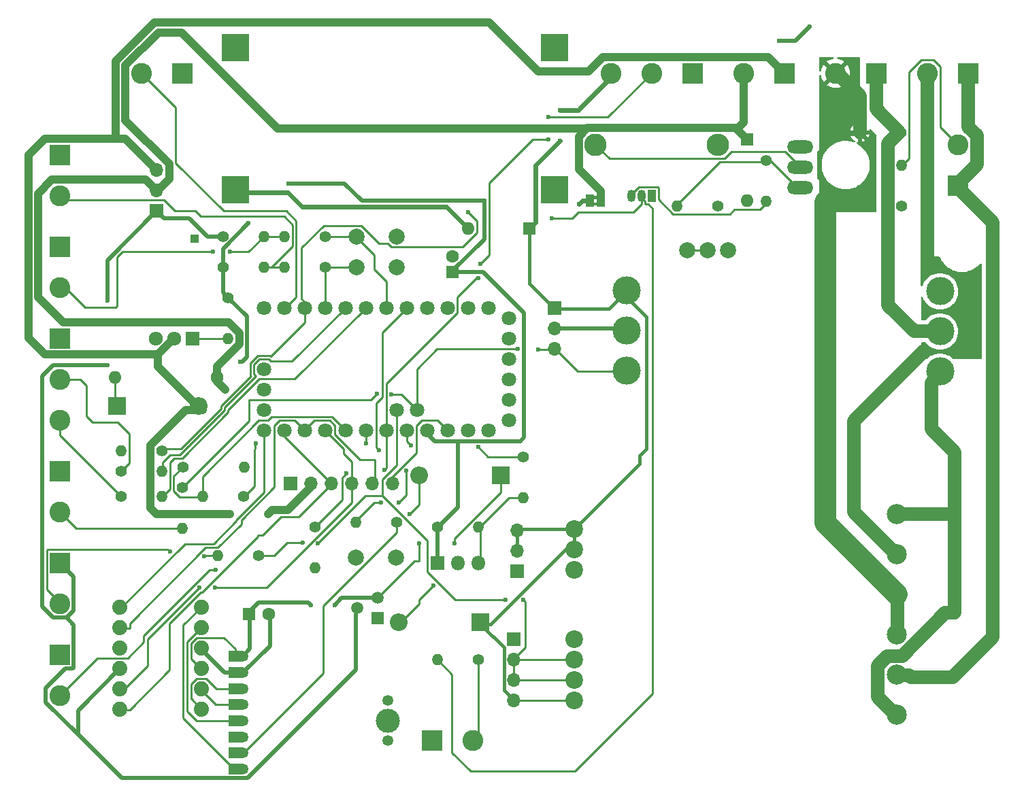
<source format=gbr>
%TF.GenerationSoftware,KiCad,Pcbnew,6.0.11-2627ca5db0~126~ubuntu22.04.1*%
%TF.CreationDate,2023-07-25T17:11:02+02:00*%
%TF.ProjectId,HM-LC-Bl1-FM_FUEL4EP_PCB,484d2d4c-432d-4426-9c31-2d464d5f4655,1.4*%
%TF.SameCoordinates,Original*%
%TF.FileFunction,Copper,L1,Top*%
%TF.FilePolarity,Positive*%
%FSLAX46Y46*%
G04 Gerber Fmt 4.6, Leading zero omitted, Abs format (unit mm)*
G04 Created by KiCad (PCBNEW 6.0.11-2627ca5db0~126~ubuntu22.04.1) date 2023-07-25 17:11:02*
%MOMM*%
%LPD*%
G01*
G04 APERTURE LIST*
%TA.AperFunction,ComponentPad*%
%ADD10R,1.600000X1.600000*%
%TD*%
%TA.AperFunction,ComponentPad*%
%ADD11C,1.600000*%
%TD*%
%TA.AperFunction,ComponentPad*%
%ADD12O,1.600000X1.600000*%
%TD*%
%TA.AperFunction,ComponentPad*%
%ADD13R,2.200000X2.200000*%
%TD*%
%TA.AperFunction,ComponentPad*%
%ADD14O,2.200000X2.200000*%
%TD*%
%TA.AperFunction,ComponentPad*%
%ADD15R,1.700000X1.700000*%
%TD*%
%TA.AperFunction,ComponentPad*%
%ADD16O,1.700000X1.700000*%
%TD*%
%TA.AperFunction,ComponentPad*%
%ADD17R,1.717500X1.800000*%
%TD*%
%TA.AperFunction,ComponentPad*%
%ADD18O,1.717500X1.800000*%
%TD*%
%TA.AperFunction,ComponentPad*%
%ADD19R,1.800000X1.800000*%
%TD*%
%TA.AperFunction,ComponentPad*%
%ADD20O,1.800000X1.800000*%
%TD*%
%TA.AperFunction,ComponentPad*%
%ADD21R,1.050000X1.500000*%
%TD*%
%TA.AperFunction,ComponentPad*%
%ADD22O,1.050000X1.500000*%
%TD*%
%TA.AperFunction,ComponentPad*%
%ADD23C,1.400000*%
%TD*%
%TA.AperFunction,ComponentPad*%
%ADD24O,1.400000X1.400000*%
%TD*%
%TA.AperFunction,ComponentPad*%
%ADD25C,3.500000*%
%TD*%
%TA.AperFunction,ComponentPad*%
%ADD26C,2.000000*%
%TD*%
%TA.AperFunction,ComponentPad*%
%ADD27C,2.500000*%
%TD*%
%TA.AperFunction,ComponentPad*%
%ADD28C,2.200000*%
%TD*%
%TA.AperFunction,ComponentPad*%
%ADD29R,1.498600X1.498600*%
%TD*%
%TA.AperFunction,ComponentPad*%
%ADD30C,1.498600*%
%TD*%
%TA.AperFunction,ComponentPad*%
%ADD31R,2.600000X2.600000*%
%TD*%
%TA.AperFunction,ComponentPad*%
%ADD32C,2.600000*%
%TD*%
%TA.AperFunction,ComponentPad*%
%ADD33C,1.800000*%
%TD*%
%TA.AperFunction,ComponentPad*%
%ADD34O,3.251200X1.625600*%
%TD*%
%TA.AperFunction,SMDPad,CuDef*%
%ADD35R,1.000000X1.500000*%
%TD*%
%TA.AperFunction,ComponentPad*%
%ADD36C,2.800000*%
%TD*%
%TA.AperFunction,ComponentPad*%
%ADD37O,2.800000X2.800000*%
%TD*%
%TA.AperFunction,ComponentPad*%
%ADD38C,1.350000*%
%TD*%
%TA.AperFunction,ConnectorPad*%
%ADD39R,1.800000X1.350000*%
%TD*%
%TA.AperFunction,ComponentPad*%
%ADD40C,3.000000*%
%TD*%
%TA.AperFunction,ComponentPad*%
%ADD41C,1.879600*%
%TD*%
%TA.AperFunction,ComponentPad*%
%ADD42R,3.500000X3.500000*%
%TD*%
%TA.AperFunction,ComponentPad*%
%ADD43R,1.000000X1.000000*%
%TD*%
%TA.AperFunction,ViaPad*%
%ADD44C,0.600000*%
%TD*%
%TA.AperFunction,ViaPad*%
%ADD45C,1.000000*%
%TD*%
%TA.AperFunction,Conductor*%
%ADD46C,0.500000*%
%TD*%
%TA.AperFunction,Conductor*%
%ADD47C,0.250000*%
%TD*%
%TA.AperFunction,Conductor*%
%ADD48C,0.600000*%
%TD*%
%TA.AperFunction,Conductor*%
%ADD49C,0.400000*%
%TD*%
%TA.AperFunction,Conductor*%
%ADD50C,1.700000*%
%TD*%
%TA.AperFunction,Conductor*%
%ADD51C,2.700000*%
%TD*%
%TA.AperFunction,Conductor*%
%ADD52C,1.000000*%
%TD*%
G04 APERTURE END LIST*
%TO.C,JP1*%
G36*
X73260000Y-24095000D02*
G01*
X72760000Y-24095000D01*
X72760000Y-23695000D01*
X73260000Y-23695000D01*
X73260000Y-24095000D01*
G37*
G36*
X73260000Y-23295000D02*
G01*
X72760000Y-23295000D01*
X72760000Y-22895000D01*
X73260000Y-22895000D01*
X73260000Y-23295000D01*
G37*
%TD*%
D10*
%TO.P,C1,1*%
%TO.N,/LDO_3.3V*%
X29885000Y-74930000D03*
D11*
%TO.P,C1,2*%
%TO.N,GND*%
X32385000Y-74930000D03*
%TD*%
D10*
%TO.P,D7,1,K*%
%TO.N,/V_relais*%
X64770000Y-26924000D03*
D12*
%TO.P,D7,2,A*%
%TO.N,Net-(D7-Pad2)*%
X57150000Y-26924000D03*
%TD*%
D13*
%TO.P,D11,1,K*%
%TO.N,Net-(D11-Pad1)*%
X13462000Y-49022000D03*
D14*
%TO.P,D11,2,A*%
%TO.N,/minusBAT*%
X23622000Y-49022000D03*
%TD*%
D15*
%TO.P,J5,1,Pin_1*%
%TO.N,VCC*%
X35052000Y-58674000D03*
D16*
%TO.P,J5,2,Pin_2*%
%TO.N,/minusBAT*%
X37592000Y-58674000D03*
%TO.P,J5,3,Pin_3*%
%TO.N,/MOSI*%
X40132000Y-58674000D03*
%TO.P,J5,4,Pin_4*%
%TO.N,/SCK*%
X42672000Y-58674000D03*
%TO.P,J5,5,Pin_5*%
%TO.N,/MISO*%
X45212000Y-58674000D03*
%TO.P,J5,6,Pin_6*%
%TO.N,/RSET*%
X47752000Y-58674000D03*
%TD*%
D17*
%TO.P,Q1,1,G*%
%TO.N,Net-(Q1-Pad1)*%
X22860000Y-40640000D03*
D18*
%TO.P,Q1,2,D*%
%TO.N,/minusBAT*%
X20570000Y-40640000D03*
%TO.P,Q1,3,S*%
%TO.N,GND*%
X18280000Y-40640000D03*
%TD*%
D19*
%TO.P,Q2,1,E*%
%TO.N,VCC*%
X53340000Y-68580000D03*
D20*
%TO.P,Q2,2,C*%
%TO.N,Net-(D6-Pad2)*%
X55880000Y-68580000D03*
%TO.P,Q2,3,B*%
%TO.N,Net-(Q2-Pad3)*%
X58420000Y-68580000D03*
%TD*%
D21*
%TO.P,Q4,1,S*%
%TO.N,GND*%
X80010000Y-22860000D03*
D22*
%TO.P,Q4,2,G*%
%TO.N,/D7*%
X78740000Y-22860000D03*
%TO.P,Q4,3,D*%
%TO.N,Net-(Q4-Pad3)*%
X77470000Y-22860000D03*
%TD*%
D23*
%TO.P,R1,1*%
%TO.N,Net-(J3-Pad3)*%
X13970000Y-60325000D03*
D24*
%TO.P,R1,2*%
%TO.N,Net-(Module1-Pad7C)*%
X19050000Y-60325000D03*
%TD*%
D23*
%TO.P,R7,1*%
%TO.N,Net-(J3-Pad2)*%
X13970000Y-57150000D03*
D24*
%TO.P,R7,2*%
%TO.N,Net-(Module1-Pad8C)*%
X19050000Y-57150000D03*
%TD*%
D25*
%TO.P,Module5,1A,NC*%
%TO.N,unconnected-(Module5-Pad1A)*%
X115890000Y-34770000D03*
%TO.P,Module5,1C,DC+*%
%TO.N,/V_relais*%
X76890000Y-34670000D03*
D26*
%TO.P,Module5,1D,H*%
%TO.N,Net-(Module5-Pad1D)*%
X84390000Y-29670000D03*
D25*
%TO.P,Module5,2A,COM*%
%TO.N,/24V_raw*%
X115890000Y-39770000D03*
%TO.P,Module5,2C,DC-*%
%TO.N,GND*%
X76890000Y-39670000D03*
D26*
%TO.P,Module5,2D,SEL*%
%TO.N,Net-(Module5-Pad1D)*%
X86930000Y-29670000D03*
D25*
%TO.P,Module5,3A,NO*%
%TO.N,/24V_switched*%
X115890000Y-44770000D03*
%TO.P,Module5,3C,IN*%
%TO.N,/A5*%
X76890000Y-44670000D03*
D26*
%TO.P,Module5,3D,L*%
%TO.N,unconnected-(Module5-Pad3D)*%
X89470000Y-29670000D03*
%TD*%
D27*
%TO.P,Module6,1A,O1_1*%
%TO.N,/24V_switched*%
X110465000Y-62475000D03*
D28*
%TO.P,Module6,1C,JD-VCC*%
%TO.N,/V_relais*%
X70415000Y-64395000D03*
D27*
%TO.P,Module6,2A,O1_C*%
%TO.N,/Motor_plus*%
X110465000Y-67475000D03*
D28*
%TO.P,Module6,2C,VCC*%
%TO.N,/V_relais*%
X70415000Y-66935000D03*
D27*
%TO.P,Module6,3A,O1_2*%
%TO.N,/GND_power*%
X110465000Y-72475000D03*
D28*
%TO.P,Module6,3C,GND*%
%TO.N,GND*%
X70415000Y-69475000D03*
D27*
%TO.P,Module6,4A,O2_1*%
%TO.N,/GND_power*%
X110465000Y-77475000D03*
D28*
%TO.P,Module6,4C,GND*%
%TO.N,GND*%
X70415000Y-78105000D03*
D27*
%TO.P,Module6,5A,O2_C*%
%TO.N,/Motor_minus*%
X110465000Y-82475000D03*
D28*
%TO.P,Module6,5C,IN1*%
%TO.N,/A4*%
X70415000Y-80645000D03*
D27*
%TO.P,Module6,6A,O2_2*%
%TO.N,/24V_switched*%
X110465000Y-87475000D03*
D28*
%TO.P,Module6,6C,IN2*%
%TO.N,/A4*%
X70415000Y-83185000D03*
%TO.P,Module6,7C,VCC*%
%TO.N,/V_relais*%
X70415000Y-85725000D03*
%TD*%
D23*
%TO.P,R8,1*%
%TO.N,Net-(C3-Pad1)*%
X39370000Y-27940000D03*
D24*
%TO.P,R8,2*%
%TO.N,Net-(J1-Pad2)*%
X34290000Y-27940000D03*
%TD*%
D23*
%TO.P,R10,1*%
%TO.N,/A5*%
X21590000Y-59182000D03*
D24*
%TO.P,R10,2*%
%TO.N,Net-(J7-Pad2)*%
X21590000Y-64262000D03*
%TD*%
D23*
%TO.P,R11,1*%
%TO.N,/A4*%
X31115000Y-67691000D03*
D24*
%TO.P,R11,2*%
%TO.N,Net-(J9-Pad2)*%
X26035000Y-67691000D03*
%TD*%
D23*
%TO.P,R12,1*%
%TO.N,/A2*%
X38100000Y-64135000D03*
D24*
%TO.P,R12,2*%
%TO.N,Net-(J8-Pad2)*%
X38100000Y-69215000D03*
%TD*%
D23*
%TO.P,R13,1*%
%TO.N,/A3*%
X64008000Y-55372000D03*
D24*
%TO.P,R13,2*%
%TO.N,Net-(Q2-Pad3)*%
X64008000Y-60452000D03*
%TD*%
D23*
%TO.P,R14,1*%
%TO.N,VCC*%
X53340000Y-64135000D03*
D24*
%TO.P,R14,2*%
%TO.N,Net-(Q2-Pad3)*%
X58420000Y-64135000D03*
%TD*%
D23*
%TO.P,R15,1*%
%TO.N,/24V_raw*%
X110998000Y-14986000D03*
D24*
%TO.P,R15,2*%
%TO.N,/GND_power*%
X105918000Y-14986000D03*
%TD*%
D23*
%TO.P,R17,1*%
%TO.N,Net-(D2-Pad2)*%
X48260000Y-63500000D03*
D24*
%TO.P,R17,2*%
%TO.N,/D2*%
X43180000Y-63500000D03*
%TD*%
D29*
%TO.P,Q5,1,GND*%
%TO.N,GND*%
X45872400Y-75488800D03*
D30*
%TO.P,Q5,2,VIN*%
%TO.N,VCC*%
X43332400Y-74218800D03*
%TO.P,Q5,3,VOUT*%
%TO.N,/LDO_3.3V*%
X45872400Y-72948800D03*
%TD*%
D23*
%TO.P,R9,1*%
%TO.N,Net-(C2-Pad1)*%
X39370000Y-31750000D03*
D24*
%TO.P,R9,2*%
%TO.N,Net-(J2-Pad2)*%
X34290000Y-31750000D03*
%TD*%
D31*
%TO.P,J1,1,Pin_1*%
%TO.N,GND*%
X6350000Y-29210000D03*
D32*
%TO.P,J1,2,Pin_2*%
%TO.N,Net-(J1-Pad2)*%
X6350000Y-34290000D03*
%TD*%
D31*
%TO.P,J3,1,Pin_1*%
%TO.N,GND*%
X6350000Y-40640000D03*
D32*
%TO.P,J3,2,Pin_2*%
%TO.N,Net-(J3-Pad2)*%
X6350000Y-45720000D03*
%TO.P,J3,3,Pin_3*%
%TO.N,Net-(J3-Pad3)*%
X6350000Y-50800000D03*
%TD*%
D31*
%TO.P,J4,1,Pin_1*%
%TO.N,GND*%
X21590000Y-7620000D03*
D32*
%TO.P,J4,2,Pin_2*%
%TO.N,Net-(J4-Pad2)*%
X16510000Y-7620000D03*
%TD*%
D10*
%TO.P,C5,1*%
%TO.N,VCC*%
X55245000Y-32385000D03*
D11*
%TO.P,C5,2*%
%TO.N,GND*%
X55245000Y-30385000D03*
%TD*%
D31*
%TO.P,J8,1,Pin_1*%
%TO.N,GND*%
X6350000Y-80010000D03*
D32*
%TO.P,J8,2,Pin_2*%
%TO.N,Net-(J8-Pad2)*%
X6350000Y-85090000D03*
%TD*%
D31*
%TO.P,J9,1,Pin_1*%
%TO.N,VCC*%
X6350000Y-68580000D03*
D32*
%TO.P,J9,2,Pin_2*%
%TO.N,Net-(J9-Pad2)*%
X6350000Y-73660000D03*
%TD*%
D31*
%TO.P,J11,1,Pin_1*%
%TO.N,/24V_raw*%
X107950000Y-7620000D03*
D32*
%TO.P,J11,2,Pin_2*%
%TO.N,/GND_power*%
X102870000Y-7620000D03*
%TD*%
D23*
%TO.P,R5,1*%
%TO.N,VCC*%
X26670000Y-27940000D03*
D24*
%TO.P,R5,2*%
%TO.N,Net-(J1-Pad2)*%
X31750000Y-27940000D03*
%TD*%
D23*
%TO.P,R6,1*%
%TO.N,VCC*%
X26670000Y-31750000D03*
D24*
%TO.P,R6,2*%
%TO.N,Net-(J2-Pad2)*%
X31750000Y-31750000D03*
%TD*%
D31*
%TO.P,J14,1,Pin_1*%
%TO.N,/Motor_minus*%
X118110000Y-21590000D03*
D32*
%TO.P,J14,2,Pin_2*%
%TO.N,Net-(J14-Pad2)*%
X118110000Y-16510000D03*
%TD*%
D26*
%TO.P,C3,1*%
%TO.N,Net-(C3-Pad1)*%
X43260000Y-27940000D03*
%TO.P,C3,2*%
%TO.N,GND*%
X48260000Y-27940000D03*
%TD*%
D23*
%TO.P,R21,1*%
%TO.N,Net-(Q3-Pad1)*%
X94234000Y-18465800D03*
D24*
%TO.P,R21,2*%
%TO.N,Net-(Q4-Pad3)*%
X94234000Y-23545800D03*
%TD*%
D31*
%TO.P,J2,1,Pin_1*%
%TO.N,GND*%
X6350000Y-17780000D03*
D32*
%TO.P,J2,2,Pin_2*%
%TO.N,Net-(J2-Pad2)*%
X6350000Y-22860000D03*
%TD*%
D11*
%TO.P,R22,1*%
%TO.N,/plusBAT*%
X25908000Y-45466000D03*
D12*
%TO.P,R22,2*%
%TO.N,Net-(D11-Pad1)*%
X13208000Y-45466000D03*
%TD*%
D10*
%TO.P,D10,1,K*%
%TO.N,/plusBAT*%
X91846400Y-15824200D03*
D12*
%TO.P,D10,2,A*%
%TO.N,Net-(D10-Pad2)*%
X91846400Y-23444200D03*
%TD*%
D23*
%TO.P,R3,1*%
%TO.N,VCC*%
X27305000Y-35560000D03*
D24*
%TO.P,R3,2*%
%TO.N,Net-(Q1-Pad1)*%
X27305000Y-40640000D03*
%TD*%
D15*
%TO.P,J10,1,Pin_1*%
%TO.N,VCC*%
X18415000Y-24765000D03*
D16*
%TO.P,J10,2,Pin_2*%
%TO.N,/plusBAT*%
X18415000Y-22225000D03*
%TO.P,J10,3,Pin_3*%
%TO.N,/minusBAT*%
X18415000Y-19685000D03*
%TD*%
D31*
%TO.P,J13,1,Pin_1*%
%TO.N,/Motor_minus*%
X119380000Y-7620000D03*
D32*
%TO.P,J13,2,Pin_2*%
%TO.N,/Motor_plus*%
X114300000Y-7620000D03*
%TD*%
D31*
%TO.P,J6,1,Pin_1*%
%TO.N,/minusBAT*%
X96520000Y-7620000D03*
D32*
%TO.P,J6,2,Pin_2*%
%TO.N,/plusBAT*%
X91440000Y-7620000D03*
%TD*%
D33*
%TO.P,Module1,1A,RAW*%
%TO.N,unconnected-(Module1-Pad1A)*%
X59690000Y-52070000D03*
%TO.P,Module1,1B,GND*%
%TO.N,GND*%
X31750000Y-44450000D03*
%TO.P,Module1,1C,PD1/TXD0*%
%TO.N,unconnected-(Module1-Pad1C)*%
X59690000Y-36830000D03*
%TO.P,Module1,1D,DTR*%
%TO.N,unconnected-(Module1-Pad1D)*%
X62230000Y-38100000D03*
%TO.P,Module1,1E,PC5/SCL_A5*%
%TO.N,/A5*%
X50800000Y-49530000D03*
%TO.P,Module1,2A,GND*%
%TO.N,GND*%
X57150000Y-52070000D03*
%TO.P,Module1,2B,A6*%
%TO.N,unconnected-(Module1-Pad2B)*%
X31750000Y-46990000D03*
%TO.P,Module1,2C,PD0/RXD0*%
%TO.N,unconnected-(Module1-Pad2C)*%
X57150000Y-36830000D03*
%TO.P,Module1,2D,PD1/TXD0*%
%TO.N,unconnected-(Module1-Pad2D)*%
X62230000Y-40640000D03*
%TO.P,Module1,2E,PC4/SDA_A4*%
%TO.N,/A4*%
X48260000Y-49530000D03*
%TO.P,Module1,3A,RST*%
%TO.N,/RSET*%
X54610000Y-52070000D03*
%TO.P,Module1,3B,A7*%
%TO.N,unconnected-(Module1-Pad3B)*%
X31750000Y-49530000D03*
%TO.P,Module1,3C,RST*%
%TO.N,unconnected-(Module1-Pad3C)*%
X54610000Y-36830000D03*
%TO.P,Module1,3D,PD0/RXD0*%
%TO.N,unconnected-(Module1-Pad3D)*%
X62230000Y-43180000D03*
%TO.P,Module1,4A,VCC*%
%TO.N,VCC*%
X52070000Y-52070000D03*
%TO.P,Module1,4C,GND*%
%TO.N,unconnected-(Module1-Pad4C)*%
X52070000Y-36830000D03*
%TO.P,Module1,4D,VCC*%
%TO.N,unconnected-(Module1-Pad4D)*%
X62230000Y-45720000D03*
%TO.P,Module1,5A,PC3_A3*%
%TO.N,/A3*%
X49530000Y-52070000D03*
%TO.P,Module1,5C,PD2_2*%
%TO.N,/D2*%
X49530000Y-36830000D03*
%TO.P,Module1,5D,GND*%
%TO.N,unconnected-(Module1-Pad5D)*%
X62230000Y-48260000D03*
%TO.P,Module1,6A,PC2_A2*%
%TO.N,/A2*%
X46990000Y-52070000D03*
%TO.P,Module1,6C,PD3_3*%
%TO.N,Net-(C3-Pad1)*%
X46990000Y-36830000D03*
%TO.P,Module1,6D,GND*%
%TO.N,unconnected-(Module1-Pad6D)*%
X62230000Y-50800000D03*
%TO.P,Module1,7A,PC1/A1*%
%TO.N,/A1*%
X44450000Y-52070000D03*
%TO.P,Module1,7C,PD4_4*%
%TO.N,Net-(Module1-Pad7C)*%
X44450000Y-36830000D03*
%TO.P,Module1,8A,PC0_A0*%
%TO.N,/A0*%
X41910000Y-52070000D03*
%TO.P,Module1,8C,PD5_5*%
%TO.N,Net-(Module1-Pad8C)*%
X41910000Y-36830000D03*
%TO.P,Module1,9A,PB5/SCK_13L*%
%TO.N,/SCK*%
X39370000Y-52070000D03*
%TO.P,Module1,9C,PD6_6*%
%TO.N,Net-(C2-Pad1)*%
X39370000Y-36830000D03*
%TO.P,Module1,10A,PB4/MISO_12*%
%TO.N,/MISO*%
X36830000Y-52070000D03*
%TO.P,Module1,10C,PD7_7*%
%TO.N,/D7*%
X36830000Y-36830000D03*
%TO.P,Module1,11A,PB3/MOSI_11*%
%TO.N,/MOSI*%
X34290000Y-52070000D03*
%TO.P,Module1,11C,PB0_8*%
%TO.N,Net-(J4-Pad2)*%
X34290000Y-36830000D03*
%TO.P,Module1,12A,PB2/~{SS}_10*%
%TO.N,/SS*%
X31750000Y-52070000D03*
%TO.P,Module1,12C,PB1_9*%
%TO.N,unconnected-(Module1-Pad12C)*%
X31750000Y-36830000D03*
%TD*%
D23*
%TO.P,R16,1*%
%TO.N,/Motor_plus*%
X111125000Y-24130000D03*
D24*
%TO.P,R16,2*%
%TO.N,Net-(J14-Pad2)*%
X111125000Y-19050000D03*
%TD*%
D26*
%TO.P,C4,1*%
%TO.N,VCC*%
X43180000Y-67945000D03*
%TO.P,C4,2*%
%TO.N,GND*%
X48180000Y-67945000D03*
%TD*%
D23*
%TO.P,R20,1*%
%TO.N,/24V_raw*%
X88265000Y-24130000D03*
D24*
%TO.P,R20,2*%
%TO.N,Net-(Q3-Pad1)*%
X83185000Y-24130000D03*
%TD*%
D23*
%TO.P,R4,1*%
%TO.N,/A1*%
X29210000Y-60325000D03*
D24*
%TO.P,R4,2*%
%TO.N,/A0*%
X24130000Y-60325000D03*
%TD*%
D23*
%TO.P,R2,1*%
%TO.N,/A0*%
X21704300Y-56629300D03*
D24*
%TO.P,R2,2*%
%TO.N,/plusBAT*%
X29324300Y-56629300D03*
%TD*%
D34*
%TO.P,Q3,1*%
%TO.N,Net-(Q3-Pad1)*%
X98501200Y-21869400D03*
%TO.P,Q3,2*%
%TO.N,Net-(Q3-Pad2)*%
X98501200Y-19329400D03*
%TO.P,Q3,3*%
%TO.N,/24V_raw*%
X98501200Y-16789400D03*
%TD*%
D35*
%TO.P,JP1,1,A*%
%TO.N,/plusBAT*%
X73660000Y-23495000D03*
%TO.P,JP1,2,B*%
%TO.N,VCC*%
X72360000Y-23495000D03*
%TD*%
D36*
%TO.P,R18,1*%
%TO.N,Net-(Q3-Pad2)*%
X73025000Y-16510000D03*
D37*
%TO.P,R18,2*%
%TO.N,Net-(D10-Pad2)*%
X88265000Y-16510000D03*
%TD*%
D31*
%TO.P,J15,1,Pin_1*%
%TO.N,GND*%
X52705000Y-90678000D03*
D32*
%TO.P,J15,2,Pin_2*%
%TO.N,Net-(J15-Pad2)*%
X57785000Y-90678000D03*
%TD*%
D23*
%TO.P,R23,1*%
%TO.N,Net-(J15-Pad2)*%
X58420000Y-80645000D03*
D24*
%TO.P,R23,2*%
%TO.N,/D7*%
X53340000Y-80645000D03*
%TD*%
D15*
%TO.P,J17,1,Pin_1*%
%TO.N,/V_relais*%
X67945000Y-36830000D03*
D16*
%TO.P,J17,2,Pin_2*%
%TO.N,GND*%
X67945000Y-39370000D03*
%TO.P,J17,3,Pin_3*%
%TO.N,/A5*%
X67945000Y-41910000D03*
%TD*%
D13*
%TO.P,D2,1,K*%
%TO.N,/LDO_3.3V*%
X61214000Y-57658000D03*
D14*
%TO.P,D2,2,A*%
%TO.N,Net-(D2-Pad2)*%
X51054000Y-57658000D03*
%TD*%
D15*
%TO.P,J16,1,Pin_1*%
%TO.N,GND*%
X62865000Y-78105000D03*
D16*
%TO.P,J16,2,Pin_2*%
%TO.N,/A4*%
X62865000Y-80645000D03*
%TO.P,J16,3,Pin_3*%
X62865000Y-83185000D03*
%TO.P,J16,4,Pin_4*%
%TO.N,/V_relais*%
X62865000Y-85725000D03*
%TD*%
D15*
%TO.P,J18,1,Pin_1*%
%TO.N,GND*%
X63246000Y-69596000D03*
D16*
%TO.P,J18,2,Pin_2*%
%TO.N,/V_relais*%
X63246000Y-67056000D03*
%TO.P,J18,3,Pin_3*%
X63246000Y-64516000D03*
%TD*%
D26*
%TO.P,C2,1*%
%TO.N,Net-(C2-Pad1)*%
X43260000Y-31750000D03*
%TO.P,C2,2*%
%TO.N,GND*%
X48260000Y-31750000D03*
%TD*%
D23*
%TO.P,R19,1*%
%TO.N,/D7*%
X19050000Y-54610000D03*
D24*
%TO.P,R19,2*%
%TO.N,GND*%
X13970000Y-54610000D03*
%TD*%
D38*
%TO.P,Module2,1A,GND*%
%TO.N,GND*%
X47170000Y-85740000D03*
%TO.P,Module2,1C,VCC*%
%TO.N,/LDO_3.3V*%
X29170000Y-80240000D03*
D39*
X28170000Y-80240000D03*
D40*
%TO.P,Module2,2A,ANT*%
%TO.N,unconnected-(Module2-Pad2A)*%
X47170000Y-88240000D03*
D39*
%TO.P,Module2,2C,GND*%
%TO.N,GND*%
X28170000Y-82240000D03*
D38*
X29170000Y-82240000D03*
%TO.P,Module2,3A,GND*%
X47170000Y-90740000D03*
D39*
%TO.P,Module2,3C,MOSI*%
%TO.N,Net-(Module2-Pad3C)*%
X28170000Y-84240000D03*
D38*
X29170000Y-84240000D03*
D39*
%TO.P,Module2,4C,SCLK*%
%TO.N,Net-(Module2-Pad4C)*%
X28170000Y-86240000D03*
D38*
X29170000Y-86240000D03*
%TO.P,Module2,5C,MISO*%
%TO.N,Net-(Module2-Pad5C)*%
X29170000Y-88240000D03*
D39*
X28170000Y-88240000D03*
D38*
%TO.P,Module2,6C,GD2*%
%TO.N,unconnected-(Module2-Pad6C)*%
X29170000Y-90240000D03*
D39*
X28170000Y-90240000D03*
%TO.P,Module2,7C,GD0*%
%TO.N,Net-(D2-Pad2)*%
X28170000Y-92240000D03*
D38*
X29170000Y-92240000D03*
D39*
%TO.P,Module2,8C,~{CSN}*%
%TO.N,Net-(Module2-Pad8C)*%
X28170000Y-94240000D03*
D38*
X29170000Y-94240000D03*
%TD*%
D31*
%TO.P,J7,1,Pin_1*%
%TO.N,GND*%
X6350000Y-57150000D03*
D32*
%TO.P,J7,2,Pin_2*%
%TO.N,Net-(J7-Pad2)*%
X6350000Y-62230000D03*
%TD*%
D31*
%TO.P,J12,1,Pin_1*%
%TO.N,GND*%
X85090000Y-7620000D03*
D32*
%TO.P,J12,2,Pin_2*%
%TO.N,/A2*%
X80010000Y-7620000D03*
%TO.P,J12,3,Pin_3*%
%TO.N,/V_relais*%
X74930000Y-7620000D03*
%TD*%
D13*
%TO.P,D6,1,K*%
%TO.N,/V_relais*%
X58674000Y-75946000D03*
D14*
%TO.P,D6,2,A*%
%TO.N,Net-(D6-Pad2)*%
X48514000Y-75946000D03*
%TD*%
D41*
%TO.P,Module3,GND1,GND*%
%TO.N,GND*%
X24003000Y-79171800D03*
%TO.P,Module3,GND2,GND*%
X13843000Y-79171800D03*
%TO.P,Module3,HV,HV*%
%TO.N,VCC*%
X13843000Y-81711800D03*
%TO.P,Module3,HV1,HV_TXO_1*%
%TO.N,/MOSI*%
X13843000Y-86791800D03*
%TO.P,Module3,HV2,HV_RXI_1*%
%TO.N,/SCK*%
X13843000Y-84251800D03*
%TO.P,Module3,HV3,HV_RXI_2*%
%TO.N,/MISO*%
X13843000Y-76631800D03*
%TO.P,Module3,HV4,HV_TXO_2*%
%TO.N,/SS*%
X13843000Y-74091800D03*
%TO.P,Module3,LV,LV*%
%TO.N,/LDO_3.3V*%
X24003000Y-81711800D03*
%TO.P,Module3,LV1,LV_TXI_1*%
%TO.N,Net-(Module2-Pad3C)*%
X24003000Y-86791800D03*
%TO.P,Module3,LV2,LV_RXO_1*%
%TO.N,Net-(Module2-Pad4C)*%
X24003000Y-84251800D03*
%TO.P,Module3,LV3,LV_RXO_2*%
%TO.N,Net-(Module2-Pad5C)*%
X24003000Y-76631800D03*
%TO.P,Module3,LV4,LV_TXI_2*%
%TO.N,Net-(Module2-Pad8C)*%
X24003000Y-74091800D03*
%TD*%
D42*
%TO.P,Module4,1A,VIN-*%
%TO.N,/GND_power*%
X67894000Y-4445000D03*
%TO.P,Module4,1C,VOUT-*%
%TO.N,GND*%
X28194000Y-4445000D03*
%TO.P,Module4,2A,VIN+*%
%TO.N,/24V_raw*%
X67894000Y-22145000D03*
%TO.P,Module4,2C,VOUT+*%
%TO.N,Net-(D7-Pad2)*%
X28194000Y-22145000D03*
%TD*%
D43*
%TO.P,J19,1,Pin_1*%
%TO.N,GND*%
X23114000Y-28194000D03*
%TD*%
D44*
%TO.N,GND*%
X99695000Y-1778000D03*
X95885000Y-3556000D03*
%TO.N,/SCK*%
X23749000Y-71628000D03*
X25654000Y-71628000D03*
%TO.N,VCC*%
X12319000Y-43942000D03*
X12268200Y-35915600D03*
X29845002Y-26314400D03*
X70993000Y-23876000D03*
X59182000Y-23495000D03*
X28829000Y-43561000D03*
X34785300Y-21361400D03*
%TO.N,Net-(D2-Pad2)*%
X49911000Y-62484000D03*
%TO.N,Net-(D6-Pad2)*%
X52832000Y-71374000D03*
%TO.N,/V_relais*%
X68580000Y-12192000D03*
X68580000Y-16002000D03*
%TO.N,/D7*%
X57150000Y-24892000D03*
X67564000Y-25654000D03*
%TO.N,/A5*%
X65913000Y-42037000D03*
X63385000Y-41954999D03*
X47625000Y-47625000D03*
X45847000Y-47498000D03*
%TO.N,/A4*%
X64008000Y-73152000D03*
X36576000Y-66040000D03*
X61849000Y-73152000D03*
X38474943Y-66160943D03*
%TO.N,/A2*%
X42042145Y-57468225D03*
X67183000Y-13081000D03*
X58420000Y-33147000D03*
X58674000Y-31369000D03*
X67183000Y-15875000D03*
X46736000Y-57023002D03*
%TO.N,/A3*%
X50038000Y-53975000D03*
X58420000Y-54170001D03*
%TO.N,/D2*%
X46066516Y-54543204D03*
X49445588Y-57065588D03*
X46355000Y-61087000D03*
X48514000Y-61087000D03*
%TO.N,/A1*%
X44450000Y-53721000D03*
X30734000Y-53721000D03*
%TO.N,Net-(J1-Pad2)*%
X27559000Y-29845000D03*
X25399998Y-29845000D03*
%TO.N,/LDO_3.3V*%
X55499000Y-66167000D03*
X51054000Y-66167000D03*
X37566600Y-73837800D03*
X40538400Y-73837800D03*
%TO.N,Net-(J8-Pad2)*%
X25781000Y-69469000D03*
%TO.N,Net-(J9-Pad2)*%
X20068558Y-67185558D03*
X24321441Y-67755441D03*
%TO.N,/Motor_minus*%
X122440001Y-77838999D03*
D45*
%TO.N,/minusBAT*%
X27559000Y-62484000D03*
X32258000Y-62484000D03*
%TO.N,/plusBAT*%
X26924000Y-46990000D03*
%TD*%
D46*
%TO.N,GND*%
X67945000Y-39370000D02*
X76200000Y-39370000D01*
X28170000Y-82240000D02*
X26868000Y-82240000D01*
X97917000Y-3556000D02*
X99695000Y-1778000D01*
X29170000Y-82240000D02*
X32512000Y-78898000D01*
X26868000Y-82240000D02*
X23876000Y-79248000D01*
X32512000Y-78898000D02*
X32512000Y-75184000D01*
X95885000Y-3556000D02*
X97917000Y-3556000D01*
D47*
%TO.N,/MOSI*%
X31012093Y-65289909D02*
X31012093Y-65160001D01*
X40132000Y-58674000D02*
X34290000Y-52832000D01*
X24049001Y-72253001D02*
X31012093Y-65289909D01*
X19998077Y-76174017D02*
X23919093Y-72253001D01*
X31012093Y-65160001D02*
X31607001Y-65160001D01*
X15045077Y-86868000D02*
X19998077Y-81915000D01*
X19998077Y-81915000D02*
X19998077Y-76174017D01*
X23919093Y-72253001D02*
X24049001Y-72253001D01*
X33876999Y-62890003D02*
X36042997Y-62890003D01*
X31607001Y-65160001D02*
X33876999Y-62890003D01*
X13716000Y-86868000D02*
X15045077Y-86868000D01*
X36042997Y-62890003D02*
X40132000Y-58801000D01*
%TO.N,/SCK*%
X41656000Y-54356000D02*
X39370000Y-52070000D01*
X42672000Y-56007000D02*
X41656000Y-54991000D01*
X41656000Y-54991000D02*
X41656000Y-54356000D01*
X42672000Y-58166000D02*
X42672000Y-56007000D01*
X42672000Y-58674000D02*
X42672000Y-61080002D01*
X32124002Y-71628000D02*
X25654000Y-71628000D01*
X23749000Y-71628000D02*
X17272000Y-78105000D01*
X42672000Y-61080002D02*
X32124002Y-71628000D01*
X17272000Y-78105000D02*
X17272000Y-81407000D01*
X17272000Y-81407000D02*
X14351000Y-84328000D01*
%TO.N,/MISO*%
X40595001Y-52568003D02*
X40595001Y-51481999D01*
X15045077Y-76147921D02*
X15045077Y-76708000D01*
X33064999Y-59143999D02*
X28956000Y-63252998D01*
X24526999Y-66665999D02*
X15045077Y-76147921D01*
X26044001Y-66665999D02*
X24526999Y-66665999D01*
X38055001Y-50844999D02*
X36957000Y-51943000D01*
X35604999Y-50844999D02*
X33701999Y-50844999D01*
X28956000Y-63252998D02*
X28956000Y-63754000D01*
X15045077Y-76708000D02*
X13716000Y-76708000D01*
X36830000Y-52070000D02*
X35604999Y-50844999D01*
X28956000Y-63754000D02*
X26044001Y-66665999D01*
X45583001Y-58302999D02*
X45583001Y-55706995D01*
X33064999Y-51481999D02*
X33064999Y-59143999D01*
X43733993Y-55706995D02*
X40595001Y-52568003D01*
X39958001Y-50844999D02*
X38055001Y-50844999D01*
X45583001Y-55706995D02*
X43733993Y-55706995D01*
X33701999Y-50844999D02*
X33064999Y-51481999D01*
X40595001Y-51481999D02*
X39958001Y-50844999D01*
%TO.N,/RSET*%
X51392001Y-50844999D02*
X50755001Y-51481999D01*
X51392001Y-50844999D02*
X53384999Y-50844999D01*
X50755001Y-54872997D02*
X47625000Y-58002998D01*
X54610000Y-52070000D02*
X53384999Y-50844999D01*
X50755001Y-51481999D02*
X50755001Y-54872997D01*
%TO.N,Net-(Q1-Pad1)*%
X22860000Y-40640000D02*
X27178000Y-40640000D01*
D46*
%TO.N,VCC*%
X53039001Y-53420001D02*
X52197000Y-52578000D01*
X4599999Y-84198401D02*
X7038399Y-81760001D01*
X8100001Y-76320001D02*
X7190001Y-75410001D01*
D48*
X72360000Y-23495000D02*
X71374000Y-23495000D01*
D46*
X34823400Y-21323300D02*
X34785300Y-21361400D01*
X59182000Y-23495000D02*
X59182000Y-28298002D01*
X43180000Y-74930000D02*
X43180000Y-81895002D01*
X13843000Y-81711800D02*
X8610999Y-86943801D01*
X19304000Y-25654000D02*
X18415000Y-24765000D01*
X27305000Y-35560000D02*
X29655011Y-37910011D01*
X26658001Y-34913001D02*
X27305000Y-35560000D01*
X63673999Y-53420001D02*
X55926999Y-53420001D01*
X26670000Y-31750000D02*
X26670000Y-34901002D01*
X43180000Y-81895002D02*
X29710001Y-95365001D01*
X55926999Y-53420001D02*
X55926999Y-61675001D01*
X12268200Y-35915600D02*
X12268200Y-30911800D01*
X26670000Y-27940000D02*
X24760000Y-27940000D01*
X29083000Y-43561000D02*
X28829000Y-43561000D01*
X4149989Y-45330009D02*
X5537998Y-43942000D01*
X24760000Y-27940000D02*
X22474000Y-25654000D01*
X7190001Y-75410001D02*
X5509999Y-75410001D01*
X7038399Y-81760001D02*
X8010001Y-81760001D01*
X14034999Y-95365001D02*
X8610999Y-89941001D01*
X55926999Y-53420001D02*
X53039001Y-53420001D01*
X22474000Y-25654000D02*
X19304000Y-25654000D01*
D48*
X71374000Y-23495000D02*
X70993000Y-23876000D01*
D46*
X8010001Y-81760001D02*
X8100001Y-81670001D01*
X59035998Y-32385000D02*
X64135000Y-37484002D01*
X29710001Y-95365001D02*
X14034999Y-95365001D01*
X59182000Y-28298002D02*
X55245000Y-32235002D01*
X8610999Y-89941001D02*
X4599999Y-85930001D01*
X4599999Y-85930001D02*
X4599999Y-84198401D01*
X29655011Y-42988989D02*
X29083000Y-43561000D01*
X5537998Y-43942000D02*
X12319000Y-43942000D01*
X26670000Y-34901002D02*
X26658001Y-34913001D01*
X55926999Y-61675001D02*
X53467000Y-64135000D01*
X64135000Y-37484002D02*
X64135000Y-52959000D01*
X59182000Y-23495000D02*
X43942000Y-23495000D01*
X4149989Y-74049991D02*
X4149989Y-45330009D01*
X12268200Y-30911800D02*
X18415000Y-24765000D01*
X8100001Y-70330001D02*
X8100001Y-74500001D01*
X5509999Y-75410001D02*
X4149989Y-74049991D01*
X43942000Y-23495000D02*
X41770300Y-21323300D01*
X64135000Y-52959000D02*
X63673999Y-53420001D01*
X8100001Y-81670001D02*
X8100001Y-76320001D01*
X53340000Y-64135000D02*
X53340000Y-68326000D01*
X26670000Y-29489402D02*
X26670000Y-31750000D01*
X41770300Y-21323300D02*
X34823400Y-21323300D01*
X6350000Y-68580000D02*
X8100001Y-70330001D01*
X8100001Y-74500001D02*
X7190001Y-75410001D01*
X29655011Y-37910011D02*
X29655011Y-42988989D01*
X29845002Y-26314400D02*
X26670000Y-29489402D01*
X55245000Y-32385000D02*
X59035998Y-32385000D01*
X8610999Y-86943801D02*
X8610999Y-89941001D01*
D47*
%TO.N,Net-(D2-Pad2)*%
X39125001Y-82286999D02*
X29210000Y-92202000D01*
X29170000Y-92240000D02*
X27978000Y-92240000D01*
X48260000Y-64826002D02*
X39125001Y-73961001D01*
X51054000Y-61341000D02*
X51054000Y-57658000D01*
X49911000Y-62484000D02*
X51054000Y-61341000D01*
X29210000Y-92202000D02*
X27940000Y-92202000D01*
X39125001Y-73961001D02*
X39125001Y-82286999D01*
X48260000Y-62992000D02*
X48260000Y-64826002D01*
%TO.N,Net-(D6-Pad2)*%
X51054000Y-73660000D02*
X48768000Y-75946000D01*
X52832000Y-71374000D02*
X51054000Y-73152000D01*
X51054000Y-73152000D02*
X51054000Y-73660000D01*
%TO.N,/V_relais*%
X58674000Y-76200000D02*
X59445001Y-76971001D01*
D48*
X65538999Y-26155001D02*
X64770000Y-26924000D01*
D49*
X78540001Y-56206999D02*
X70231000Y-64516000D01*
D48*
X70866000Y-12192000D02*
X75057000Y-8001000D01*
D49*
X79375000Y-54356000D02*
X78540001Y-55190999D01*
D47*
X62865000Y-85725000D02*
X69215000Y-85725000D01*
D48*
X65538999Y-19043001D02*
X65538999Y-26155001D01*
D49*
X70358000Y-66802000D02*
X69321998Y-66802000D01*
X64770000Y-33782000D02*
X67945000Y-36957000D01*
X76835000Y-35433000D02*
X79375000Y-37973000D01*
X61614999Y-79140999D02*
X58928000Y-76454000D01*
D48*
X68580000Y-12192000D02*
X70866000Y-12192000D01*
D49*
X64770000Y-26924000D02*
X64770000Y-33782000D01*
D47*
X59907998Y-76327000D02*
X58674000Y-76327000D01*
X69215000Y-85725000D02*
X70485000Y-85725000D01*
D49*
X69321998Y-66802000D02*
X59923998Y-76200000D01*
X59923998Y-76200000D02*
X58928000Y-76200000D01*
X79375000Y-37973000D02*
X79375000Y-54356000D01*
D47*
X58928000Y-76200000D02*
X59944000Y-76200000D01*
D49*
X62865000Y-85725000D02*
X61614999Y-84474999D01*
X61614999Y-84474999D02*
X61614999Y-79140999D01*
X63246000Y-64389000D02*
X69342000Y-64389000D01*
X67945000Y-36957000D02*
X74676000Y-36957000D01*
D47*
X70415000Y-64395000D02*
X70415000Y-66872000D01*
D49*
X74676000Y-36957000D02*
X76835000Y-34798000D01*
X70358000Y-64643000D02*
X70358000Y-66802000D01*
X63246000Y-67056000D02*
X63246000Y-64389000D01*
D48*
X68580000Y-16002000D02*
X65538999Y-19043001D01*
D49*
X78540001Y-55190999D02*
X78540001Y-56206999D01*
D48*
%TO.N,Net-(D7-Pad2)*%
X34731598Y-22491700D02*
X29984700Y-22491700D01*
X57150000Y-26924000D02*
X54471010Y-24245010D01*
X29984700Y-22491700D02*
X28536900Y-22491700D01*
X29984700Y-22491700D02*
X28194000Y-22491700D01*
X36484908Y-24245010D02*
X34731598Y-22491700D01*
X54471010Y-24245010D02*
X36484908Y-24245010D01*
D47*
%TO.N,Net-(Q2-Pad3)*%
X58674000Y-64008000D02*
X58674000Y-68326000D01*
X62230000Y-60452000D02*
X58674000Y-64008000D01*
X64008000Y-60452000D02*
X62230000Y-60452000D01*
%TO.N,Net-(Q4-Pad3)*%
X93489999Y-24620001D02*
X90272003Y-24620001D01*
X80860001Y-21849999D02*
X80795001Y-21784999D01*
X80795001Y-21784999D02*
X78387906Y-21784999D01*
X94615000Y-23495000D02*
X93489999Y-24620001D01*
X89737003Y-25155001D02*
X82692999Y-25155001D01*
X78387906Y-21784999D02*
X77470000Y-22702905D01*
X80860001Y-23322003D02*
X80860001Y-21849999D01*
X82692999Y-25155001D02*
X80860001Y-23322003D01*
X90272003Y-24620001D02*
X89737003Y-25155001D01*
%TO.N,/D7*%
X36830000Y-36103002D02*
X36449000Y-35722002D01*
X79159999Y-23870001D02*
X79159999Y-23533999D01*
X26416000Y-49353002D02*
X21413002Y-54356000D01*
X21413002Y-54356000D02*
X18796000Y-54356000D01*
X36830000Y-36830000D02*
X36830000Y-38608000D01*
X78740000Y-23860000D02*
X77708000Y-24892000D01*
X80137000Y-24511000D02*
X79561001Y-23935001D01*
X32593705Y-42844292D02*
X32524401Y-42774988D01*
X47178996Y-28819998D02*
X47623999Y-29265001D01*
X79159999Y-23533999D02*
X78867000Y-23241000D01*
X30074988Y-43675599D02*
X30074988Y-45224401D01*
X39177999Y-26614999D02*
X43896001Y-26614999D01*
X36449000Y-29343998D02*
X39177999Y-26614999D01*
X55154940Y-92217058D02*
X57487883Y-94550001D01*
X58275001Y-27464001D02*
X56479003Y-29259999D01*
X30975599Y-42774988D02*
X30074988Y-43675599D01*
X79224999Y-23935001D02*
X79159999Y-23870001D01*
X55154940Y-82459940D02*
X55154940Y-92217058D01*
X56479003Y-29259999D02*
X48464609Y-29259999D01*
X70098896Y-25654000D02*
X67564000Y-25654000D01*
X46101000Y-28819998D02*
X47178996Y-28819998D01*
X78740000Y-22860000D02*
X78740000Y-23860000D01*
X47623999Y-29265001D02*
X48464609Y-29265001D01*
X57487883Y-94550001D02*
X70441001Y-94550001D01*
X80137000Y-84854002D02*
X80137000Y-24511000D01*
X30144294Y-45293707D02*
X26416000Y-49021999D01*
X26416000Y-49021999D02*
X26416000Y-49353002D01*
X36449000Y-35722002D02*
X36449000Y-29343998D01*
X43896001Y-26614999D02*
X46101000Y-28819998D01*
X36830000Y-38608000D02*
X32593705Y-42844292D01*
X58275001Y-26017001D02*
X58275001Y-27464001D01*
X77708000Y-24892000D02*
X70860896Y-24892000D01*
X70441001Y-94550001D02*
X80137000Y-84854002D01*
X79561001Y-23935001D02*
X79224999Y-23935001D01*
X57150000Y-24892000D02*
X58275001Y-26017001D01*
X32524401Y-42774988D02*
X30975599Y-42774988D01*
X53340000Y-80645000D02*
X55154940Y-82459940D01*
X30074988Y-45224401D02*
X30144294Y-45293707D01*
X70860896Y-24892000D02*
X70098896Y-25654000D01*
%TO.N,Net-(Module1-Pad7C)*%
X44450000Y-36830000D02*
X35604999Y-45675001D01*
X20075001Y-59363499D02*
X19164300Y-60274200D01*
X20075001Y-56105187D02*
X20075001Y-59363499D01*
X27316022Y-49518978D02*
X27316022Y-49849178D01*
X31159999Y-45675001D02*
X27316022Y-49518978D01*
X21613188Y-55552012D02*
X20628176Y-55552012D01*
X27316022Y-49849178D02*
X21613188Y-55552012D01*
X20628176Y-55552012D02*
X20075001Y-56105187D01*
X35604999Y-45675001D02*
X31159999Y-45675001D01*
%TO.N,Net-(Module1-Pad8C)*%
X31161999Y-43224999D02*
X30524999Y-43861999D01*
X32593706Y-43480704D02*
X32338001Y-43224999D01*
X20075001Y-55102001D02*
X19113500Y-56063502D01*
X30524999Y-45038001D02*
X30780705Y-45293707D01*
X19113500Y-56063502D02*
X19113500Y-57302400D01*
X26866011Y-49208399D02*
X26866011Y-49539402D01*
X26866011Y-49539402D02*
X21303411Y-55102001D01*
X30524999Y-43861999D02*
X30524999Y-45038001D01*
X30780705Y-45293707D02*
X26866011Y-49208399D01*
X41910000Y-36830000D02*
X35259296Y-43480704D01*
X35259296Y-43480704D02*
X32593706Y-43480704D01*
X21303411Y-55102001D02*
X20075001Y-55102001D01*
X32338001Y-43224999D02*
X31161999Y-43224999D01*
D50*
%TO.N,/24V_raw*%
X109374999Y-36476999D02*
X109374999Y-16355001D01*
X107950000Y-12065000D02*
X110871000Y-14986000D01*
X109374999Y-16355001D02*
X110744000Y-14986000D01*
X116390000Y-39770000D02*
X112668000Y-39770000D01*
X112668000Y-39770000D02*
X109374999Y-36476999D01*
X107950000Y-7620000D02*
X107950000Y-12065000D01*
D47*
%TO.N,Net-(Q3-Pad2)*%
X89093001Y-18235001D02*
X89938003Y-17389999D01*
X89938003Y-17389999D02*
X96637999Y-17389999D01*
X74750001Y-18235001D02*
X89093001Y-18235001D01*
X73025000Y-16510000D02*
X74750001Y-18235001D01*
X96637999Y-17389999D02*
X98298000Y-19050000D01*
%TO.N,Net-(Q3-Pad1)*%
X94869000Y-18542000D02*
X94725989Y-18685011D01*
X88502989Y-18685011D02*
X83185000Y-24003000D01*
X94725989Y-18685011D02*
X88502989Y-18685011D01*
X97917000Y-21590000D02*
X94869000Y-18542000D01*
%TO.N,Net-(Module2-Pad5C)*%
X22161189Y-78422811D02*
X23622000Y-76962000D01*
X29170000Y-88240000D02*
X23376094Y-88240000D01*
X22161189Y-87025095D02*
X22161189Y-78422811D01*
X23376094Y-88240000D02*
X22161189Y-87025095D01*
%TO.N,Net-(Module2-Pad4C)*%
X29170000Y-86240000D02*
X25788000Y-86240000D01*
X25788000Y-86240000D02*
X23876000Y-84328000D01*
%TO.N,Net-(Module2-Pad3C)*%
X25863106Y-84240000D02*
X24610105Y-82986999D01*
X24610105Y-82986999D02*
X23395895Y-82986999D01*
X22738199Y-83644695D02*
X22738199Y-85552399D01*
X23395895Y-82986999D02*
X22738199Y-83644695D01*
X22763599Y-85552399D02*
X24003000Y-86791800D01*
X22738199Y-85552399D02*
X22763599Y-85552399D01*
X29170000Y-84240000D02*
X27799400Y-84240000D01*
X28170000Y-84240000D02*
X25863106Y-84240000D01*
%TO.N,Net-(Module2-Pad8C)*%
X21711180Y-76332820D02*
X21711180Y-87941182D01*
X23876000Y-74168000D02*
X21711180Y-76332820D01*
X29170000Y-94240000D02*
X27692000Y-94240000D01*
X21711180Y-87941182D02*
X28003998Y-94234000D01*
%TO.N,Net-(C2-Pad1)*%
X39370000Y-31750000D02*
X43180000Y-31750000D01*
X39370000Y-36830000D02*
X39370000Y-31750000D01*
%TO.N,Net-(C3-Pad1)*%
X43180000Y-27940000D02*
X39370000Y-27940000D01*
X46990000Y-36830000D02*
X46990000Y-33518998D01*
X45466000Y-30226000D02*
X43180000Y-27940000D01*
X45466000Y-31994998D02*
X45466000Y-30226000D01*
X46990000Y-33518998D02*
X45466000Y-31994998D01*
%TO.N,/A5*%
X45847000Y-47498000D02*
X45085000Y-48260000D01*
X53295001Y-41954999D02*
X63455001Y-41954999D01*
X68027001Y-41954999D02*
X70776002Y-44704000D01*
X50800000Y-49530000D02*
X48895000Y-47625000D01*
X63455001Y-41954999D02*
X63385000Y-41954999D01*
X29870400Y-50901600D02*
X21590000Y-59182000D01*
X65913000Y-42037000D02*
X67691000Y-42037000D01*
X48895000Y-47625000D02*
X47625000Y-47625000D01*
X50800000Y-49530000D02*
X50800000Y-44450000D01*
X50800000Y-44450000D02*
X53295001Y-41954999D01*
X29870400Y-48260000D02*
X29870400Y-50901600D01*
X45085000Y-48260000D02*
X29870400Y-48260000D01*
X70776002Y-44704000D02*
X76835000Y-44704000D01*
%TO.N,/A4*%
X31115000Y-67691000D02*
X33026998Y-67691000D01*
X34677998Y-66040000D02*
X36576000Y-66040000D01*
X52114999Y-69740001D02*
X55526998Y-73152000D01*
X38474943Y-66160943D02*
X44420889Y-60214997D01*
X64307999Y-79075001D02*
X62865000Y-80518000D01*
X64307999Y-73451999D02*
X64307999Y-79075001D01*
X64008000Y-73152000D02*
X64307999Y-73451999D01*
X46491999Y-58194999D02*
X46491999Y-60214997D01*
X46491999Y-60214997D02*
X44420889Y-60214997D01*
X52114999Y-65837997D02*
X52114999Y-69740001D01*
X62865000Y-80645000D02*
X69215000Y-80645000D01*
X69215000Y-83185000D02*
X70485000Y-83185000D01*
X69215000Y-80645000D02*
X70358000Y-80645000D01*
X33026998Y-67691000D02*
X34677998Y-66040000D01*
X62865000Y-80645000D02*
X62865000Y-83185000D01*
X48260000Y-56426998D02*
X46491999Y-58194999D01*
X55526998Y-73152000D02*
X61849000Y-73152000D01*
X48260000Y-49530000D02*
X48260000Y-56426998D01*
X62865000Y-83185000D02*
X69215000Y-83185000D01*
X46491999Y-60214997D02*
X52114999Y-65837997D01*
%TO.N,/A2*%
X74549000Y-13081000D02*
X67183000Y-13081000D01*
X59807001Y-30235999D02*
X58674000Y-31369000D01*
X41496999Y-60738001D02*
X41496999Y-58013371D01*
X41496999Y-58013371D02*
X42042145Y-57468225D01*
X59807001Y-21272997D02*
X59807001Y-30235999D01*
X55835001Y-37418001D02*
X55835001Y-35477999D01*
X46990000Y-56769002D02*
X46736000Y-57023002D01*
X38100000Y-64135000D02*
X41496999Y-60738001D01*
X46990000Y-52070000D02*
X46990000Y-56769002D01*
X80010000Y-7620000D02*
X74549000Y-13081000D01*
X46990000Y-52324000D02*
X46990000Y-46263002D01*
X65204998Y-15875000D02*
X59807001Y-21272997D01*
X46990000Y-46263002D02*
X55835001Y-37418001D01*
X67183000Y-15875000D02*
X65204998Y-15875000D01*
X55835001Y-35477999D02*
X58166000Y-33147000D01*
X58166000Y-33147000D02*
X58420000Y-33147000D01*
%TO.N,/A3*%
X58420000Y-54170001D02*
X59621999Y-55372000D01*
X59621999Y-55372000D02*
X63373000Y-55372000D01*
X49530000Y-53467000D02*
X50038000Y-53975000D01*
X49530000Y-52070000D02*
X49530000Y-53467000D01*
%TO.N,/D2*%
X45710001Y-48687001D02*
X45710001Y-54186689D01*
X46472001Y-47925001D02*
X45710001Y-48687001D01*
X49445588Y-60155412D02*
X48514000Y-61087000D01*
X45466000Y-61087000D02*
X46355000Y-61087000D01*
X49530000Y-36830000D02*
X46472001Y-39887999D01*
X46472001Y-39887999D02*
X46472001Y-47925001D01*
X43434000Y-63119000D02*
X45466000Y-61087000D01*
X49445588Y-57065588D02*
X49445588Y-60155412D01*
X45710001Y-54186689D02*
X46066516Y-54543204D01*
%TO.N,Net-(Module5-Pad1D)*%
X84390000Y-29670000D02*
X86820000Y-29670000D01*
D50*
%TO.N,/24V_switched*%
X108164999Y-85304999D02*
X110490000Y-87630000D01*
X111169003Y-80174999D02*
X109360999Y-80174999D01*
X117356002Y-62475000D02*
X117665001Y-62166001D01*
X117665001Y-62166001D02*
X117665001Y-54769003D01*
X114839999Y-46196001D02*
X116459000Y-44577000D01*
X109360999Y-80174999D02*
X108164999Y-81370999D01*
X108164999Y-81370999D02*
X108164999Y-85304999D01*
X111615000Y-62475000D02*
X117356002Y-62475000D01*
X117665001Y-54769003D02*
X114839999Y-51944001D01*
X114839999Y-51944001D02*
X114839999Y-46196001D01*
X116515001Y-74829001D02*
X111169003Y-80174999D01*
X117665001Y-74829001D02*
X116515001Y-74829001D01*
X117665001Y-62166001D02*
X117665001Y-74829001D01*
D47*
%TO.N,/A0*%
X24130000Y-57835800D02*
X31120801Y-50844999D01*
X21292198Y-60401200D02*
X24142700Y-60401200D01*
X21704300Y-56629300D02*
X20525010Y-57808590D01*
X24130000Y-60388500D02*
X24130000Y-57835800D01*
X31120801Y-50844999D02*
X32248003Y-50844999D01*
X20525010Y-59634012D02*
X21292198Y-60401200D01*
X32248003Y-50844999D02*
X32698013Y-50394989D01*
X20525010Y-57808590D02*
X20525010Y-59634012D01*
X32698013Y-50394989D02*
X40234989Y-50394989D01*
X40234989Y-50394989D02*
X41910000Y-52070000D01*
%TO.N,/A1*%
X30607000Y-59055000D02*
X29337000Y-60325000D01*
X30734000Y-53721000D02*
X30607000Y-54653264D01*
X44450000Y-52070000D02*
X44450000Y-53721000D01*
X30607000Y-54653264D02*
X30607000Y-59055000D01*
%TO.N,/SS*%
X28321000Y-63366002D02*
X25471013Y-66215989D01*
X25471013Y-66215989D02*
X21922011Y-66215989D01*
X31750000Y-52070000D02*
X31750000Y-59822588D01*
X31750000Y-59822588D02*
X28321000Y-63251588D01*
X28321000Y-63251588D02*
X28321000Y-63366002D01*
X21922011Y-66215989D02*
X13589000Y-74549000D01*
%TO.N,Net-(J1-Pad2)*%
X13462000Y-36576000D02*
X13268799Y-36769201D01*
X9464201Y-36769201D02*
X6350000Y-33655000D01*
X29845000Y-29845000D02*
X27559000Y-29845000D01*
X31750000Y-27940000D02*
X29845000Y-29845000D01*
X13268799Y-36769201D02*
X9464201Y-36769201D01*
X14148172Y-29845000D02*
X13462000Y-30531172D01*
X34290000Y-27940000D02*
X31750000Y-27940000D01*
X25399998Y-29845000D02*
X14148172Y-29845000D01*
X13462000Y-30531172D02*
X13462000Y-36576000D01*
%TO.N,/LDO_3.3V*%
X55499000Y-65532000D02*
X61214000Y-59817000D01*
X51054000Y-68326000D02*
X50469800Y-68326000D01*
X28170000Y-79315000D02*
X26751601Y-77896601D01*
X22738199Y-78564695D02*
X22738199Y-80573999D01*
D46*
X45872400Y-72948800D02*
X41427400Y-72948800D01*
D47*
X22738199Y-80573999D02*
X23952200Y-81788000D01*
X55499000Y-66167000D02*
X55499000Y-65532000D01*
D46*
X29997400Y-79298800D02*
X28956000Y-80340200D01*
D47*
X26751601Y-77896601D02*
X23406293Y-77896601D01*
X23406293Y-77896601D02*
X22738199Y-78564695D01*
D46*
X37266601Y-73537801D02*
X31059399Y-73537801D01*
D47*
X51054000Y-66167000D02*
X51054000Y-68326000D01*
X61214000Y-59817000D02*
X61214000Y-57658000D01*
D46*
X37566600Y-73837800D02*
X37266601Y-73537801D01*
X41427400Y-72948800D02*
X40538400Y-73837800D01*
X31059399Y-73537801D02*
X29997400Y-74599800D01*
X29997400Y-74599800D02*
X29997400Y-79298800D01*
D47*
X29170000Y-80240000D02*
X28091000Y-80240000D01*
X50469800Y-68326000D02*
X45651301Y-73144499D01*
X28170000Y-80240000D02*
X28170000Y-79315000D01*
%TO.N,Net-(D11-Pad1)*%
X13208000Y-45466000D02*
X13208000Y-48768000D01*
%TO.N,Net-(J2-Pad2)*%
X23175201Y-24750001D02*
X20685003Y-24750001D01*
X34290000Y-31750000D02*
X31750000Y-31750000D01*
X19335003Y-23400001D02*
X6890001Y-23400001D01*
X35315001Y-26501201D02*
X34277300Y-25463500D01*
X31750000Y-31750000D02*
X32739949Y-31750000D01*
X35315001Y-29174948D02*
X35315001Y-26501201D01*
X34277300Y-25463500D02*
X23888700Y-25463500D01*
X20685003Y-24750001D02*
X19335003Y-23400001D01*
X32739949Y-31750000D02*
X35315001Y-29174948D01*
X23888700Y-25463500D02*
X23175201Y-24750001D01*
%TO.N,Net-(J3-Pad3)*%
X6350000Y-52705000D02*
X6350000Y-50800000D01*
X13970000Y-60325000D02*
X6350000Y-52705000D01*
%TO.N,Net-(J3-Pad2)*%
X10414000Y-51054000D02*
X9652000Y-50292000D01*
X9652000Y-50292000D02*
X9652000Y-46482000D01*
X13522477Y-51054000D02*
X10414000Y-51054000D01*
X14995001Y-56124999D02*
X14995001Y-52526524D01*
X14995001Y-52526524D02*
X13522477Y-51054000D01*
X9652000Y-46482000D02*
X8890000Y-45720000D01*
X13970000Y-57150000D02*
X14995001Y-56124999D01*
X8890000Y-45720000D02*
X6350000Y-45720000D01*
%TO.N,Net-(J4-Pad2)*%
X26741698Y-24777700D02*
X20790011Y-18826013D01*
X20790011Y-18826013D02*
X20790011Y-11874611D01*
X34417000Y-36830000D02*
X35765011Y-35481989D01*
X35765011Y-26011411D02*
X34531300Y-24777700D01*
X20790011Y-11874611D02*
X16459200Y-7543800D01*
X35765011Y-35481989D02*
X35765011Y-26011411D01*
X34531300Y-24777700D02*
X26741698Y-24777700D01*
%TO.N,Net-(J7-Pad2)*%
X6350000Y-62230000D02*
X8382000Y-64262000D01*
X21590000Y-64262000D02*
X8382000Y-64262000D01*
%TO.N,Net-(J8-Pad2)*%
X16821990Y-78428010D02*
X16821990Y-77630008D01*
X16821990Y-77630008D02*
X24982998Y-69469000D01*
X14813399Y-80436601D02*
X16821990Y-78428010D01*
X6350000Y-85090000D02*
X11003399Y-80436601D01*
X24982998Y-69469000D02*
X25781000Y-69469000D01*
X11003399Y-80436601D02*
X14813399Y-80436601D01*
%TO.N,Net-(J9-Pad2)*%
X26035000Y-67691000D02*
X24257000Y-67691000D01*
X4724999Y-67019999D02*
X4724999Y-71907999D01*
X20068558Y-67185558D02*
X19768559Y-66885559D01*
X24257000Y-67691000D02*
X24321441Y-67755441D01*
X19768559Y-66885559D02*
X4859439Y-66885559D01*
X4859439Y-66885559D02*
X4724999Y-67019999D01*
X4724999Y-71907999D02*
X6350000Y-73533000D01*
%TO.N,unconnected-(Module2-Pad6C)*%
X29170000Y-90240000D02*
X28264000Y-90240000D01*
D48*
%TO.N,/GND_power*%
X103192998Y-15113000D02*
X105918000Y-15113000D01*
D51*
X101600000Y-63610000D02*
X101600000Y-62460000D01*
D50*
X105918000Y-14986000D02*
X105918000Y-10541000D01*
D48*
X107440001Y-16508001D02*
X107440001Y-20634001D01*
X104452002Y-23622000D02*
X101600000Y-23622000D01*
X101600000Y-21394002D02*
X100839999Y-20634001D01*
D50*
X105918000Y-10541000D02*
X105918000Y-10414000D01*
D48*
X107440001Y-20634001D02*
X104452002Y-23622000D01*
D50*
X110617000Y-72517000D02*
X110617000Y-77470000D01*
D48*
X105918000Y-14986000D02*
X107440001Y-16508001D01*
D51*
X101600000Y-62460000D02*
X101600000Y-23622000D01*
D48*
X101600000Y-21394002D02*
X101600000Y-23622000D01*
D50*
X105918000Y-10414000D02*
X102997000Y-7493000D01*
D48*
X100839999Y-20634001D02*
X100839999Y-17465999D01*
X100839999Y-17465999D02*
X103192998Y-15113000D01*
D51*
X110465000Y-72475000D02*
X101600000Y-63610000D01*
D50*
%TO.N,/Motor_plus*%
X105156000Y-51565998D02*
X105156000Y-62230000D01*
X105156000Y-50927000D02*
X113919000Y-42164000D01*
X105156000Y-51565998D02*
X105156000Y-50927000D01*
X114300000Y-7620000D02*
X114300000Y-30988000D01*
X105156000Y-62230000D02*
X110490000Y-67564000D01*
%TO.N,/Motor_minus*%
X112268000Y-82804000D02*
X112014000Y-82550000D01*
X120460001Y-15381999D02*
X120460001Y-18985999D01*
X117475000Y-82804000D02*
X112268000Y-82804000D01*
X119380000Y-14301998D02*
X120460001Y-15381999D01*
X112014000Y-82550000D02*
X110363000Y-82550000D01*
X122440001Y-77838999D02*
X117475000Y-82804000D01*
X117856000Y-21590000D02*
X122440001Y-26174001D01*
X122440001Y-26174001D02*
X122440001Y-77838999D01*
X119380000Y-7620000D02*
X119380000Y-14301998D01*
X120460001Y-18985999D02*
X117856000Y-21590000D01*
D47*
%TO.N,Net-(J14-Pad2)*%
X115925001Y-14325001D02*
X115925001Y-6839999D01*
X115925001Y-6839999D02*
X115080001Y-5994999D01*
X112046009Y-18255991D02*
X111125000Y-19177000D01*
X118110000Y-16510000D02*
X115925001Y-14325001D01*
X115080001Y-5994999D02*
X113519999Y-5994999D01*
X113519999Y-5994999D02*
X112046009Y-7468989D01*
X112046009Y-7468989D02*
X112046009Y-18255991D01*
D52*
%TO.N,/minusBAT*%
X2449979Y-40599981D02*
X4489999Y-42640001D01*
X24130000Y-49530000D02*
X22057998Y-49530000D01*
X13309989Y-6162939D02*
X13309989Y-15519011D01*
X22057998Y-49530000D02*
X17649999Y-53937999D01*
X18573999Y-44141001D02*
X18573999Y-42640001D01*
X72164997Y-7425001D02*
X65891071Y-7425001D01*
X18415000Y-19685000D02*
X14509999Y-15779999D01*
X59791059Y-1324989D02*
X18147938Y-1324990D01*
X17649999Y-53937999D02*
X17649999Y-61718999D01*
X14509999Y-15779999D02*
X13049001Y-15779999D01*
X13049001Y-15779999D02*
X4489999Y-15779999D01*
X24130000Y-49530000D02*
X23962998Y-49530000D01*
X23962998Y-49530000D02*
X18573999Y-44141001D01*
X13309989Y-15519011D02*
X13049001Y-15779999D01*
X94519999Y-5619999D02*
X73969999Y-5619999D01*
X32258000Y-62484000D02*
X32757999Y-61984001D01*
X18415000Y-62484000D02*
X27559000Y-62484000D01*
X65891071Y-7425001D02*
X59791059Y-1324989D01*
X18573999Y-42640001D02*
X20701000Y-40513000D01*
X32757999Y-61984001D02*
X34702001Y-61984001D01*
X17649999Y-61718999D02*
X18415000Y-62484000D01*
X4489999Y-42640001D02*
X18573999Y-42640001D01*
X18147938Y-1324990D02*
X13309989Y-6162939D01*
X2449979Y-17820019D02*
X2449979Y-40599981D01*
X37592000Y-59094002D02*
X37592000Y-58674000D01*
X34702001Y-61984001D02*
X37592000Y-59094002D01*
X4489999Y-15779999D02*
X2449979Y-17820019D01*
X73969999Y-5619999D02*
X72164997Y-7425001D01*
X96520000Y-7620000D02*
X94519999Y-5619999D01*
%TO.N,/plusBAT*%
X18644999Y-2524999D02*
X21513997Y-2524999D01*
X14509999Y-13485997D02*
X14509999Y-6659999D01*
X72016999Y-14409999D02*
X70924999Y-15501999D01*
X90609999Y-14409999D02*
X90609999Y-14562399D01*
X18415000Y-22225000D02*
X17049999Y-20859999D01*
X91440000Y-13732398D02*
X90609999Y-14562399D01*
X33450999Y-14462001D02*
X71964996Y-14462002D01*
X21513997Y-2524999D02*
X33450999Y-14462001D01*
X90609999Y-14562399D02*
X91821000Y-15773400D01*
X72016999Y-14409999D02*
X90609999Y-14409999D01*
X71964996Y-14462002D02*
X72016999Y-14409999D01*
X70924999Y-15501999D02*
X70924999Y-19549997D01*
X19965001Y-18940999D02*
X14509999Y-13485997D01*
X91440000Y-7620000D02*
X91440000Y-13732398D01*
X28705001Y-39967999D02*
X28705001Y-41312001D01*
X25908000Y-44109002D02*
X25908000Y-45974000D01*
X28705001Y-41312001D02*
X25908000Y-44109002D01*
X5389999Y-20859999D02*
X3649989Y-22600009D01*
X3649989Y-22600009D02*
X3649989Y-35523508D01*
X3649989Y-35523508D02*
X6766480Y-38639999D01*
X6766480Y-38639999D02*
X27377001Y-38639999D01*
X27377001Y-38639999D02*
X28705001Y-39967999D01*
X73660000Y-22284998D02*
X73660000Y-22987000D01*
X18796000Y-21971000D02*
X19965001Y-20801999D01*
X17049999Y-20859999D02*
X5389999Y-20859999D01*
X19965001Y-20801999D02*
X19965001Y-18940999D01*
X70924999Y-19549997D02*
X73660000Y-22284998D01*
X25908000Y-45974000D02*
X26924000Y-46990000D01*
X14509999Y-6659999D02*
X18644999Y-2524999D01*
D47*
%TO.N,Net-(J15-Pad2)*%
X58420000Y-80645000D02*
X58420000Y-90170000D01*
%TD*%
%TA.AperFunction,Conductor*%
%TO.N,/Motor_plus*%
G36*
X115071922Y-30459914D02*
G01*
X115789189Y-30462281D01*
X115857242Y-30482507D01*
X115902557Y-30537200D01*
X115903589Y-30536708D01*
X116050076Y-30843823D01*
X116230890Y-31132066D01*
X116233162Y-31134902D01*
X116233167Y-31134909D01*
X116356809Y-31289240D01*
X116443635Y-31397616D01*
X116685493Y-31636953D01*
X116953256Y-31846906D01*
X116956345Y-31848799D01*
X116956348Y-31848801D01*
X117037761Y-31898691D01*
X117243376Y-32024692D01*
X117246661Y-32026217D01*
X117246665Y-32026219D01*
X117338181Y-32068699D01*
X117552008Y-32167954D01*
X117718921Y-32223155D01*
X117871615Y-32273655D01*
X117871620Y-32273656D01*
X117875060Y-32274794D01*
X117878615Y-32275530D01*
X117878618Y-32275531D01*
X118204702Y-32343059D01*
X118204705Y-32343059D01*
X118208252Y-32343794D01*
X118359919Y-32357330D01*
X118504687Y-32370251D01*
X118504693Y-32370251D01*
X118507480Y-32370500D01*
X118726715Y-32370500D01*
X118728534Y-32370395D01*
X118728538Y-32370395D01*
X118976077Y-32356122D01*
X118976082Y-32356121D01*
X118979697Y-32355913D01*
X119053347Y-32343059D01*
X119311318Y-32298036D01*
X119311325Y-32298034D01*
X119314891Y-32297412D01*
X119318366Y-32296383D01*
X119318373Y-32296381D01*
X119502990Y-32241695D01*
X119641140Y-32200773D01*
X119644479Y-32199349D01*
X119644484Y-32199347D01*
X119794476Y-32135369D01*
X119954119Y-32067276D01*
X119957259Y-32065485D01*
X119957265Y-32065482D01*
X120246541Y-31900482D01*
X120249681Y-31898691D01*
X120523907Y-31697252D01*
X120773162Y-31465629D01*
X120859690Y-31364318D01*
X120919141Y-31325509D01*
X120990135Y-31325003D01*
X121050134Y-31362959D01*
X121080087Y-31427327D01*
X121081501Y-31446149D01*
X121081501Y-43054000D01*
X121061499Y-43122121D01*
X121007843Y-43168614D01*
X120955501Y-43180000D01*
X117549740Y-43180000D01*
X117481619Y-43159998D01*
X117466662Y-43148732D01*
X117436319Y-43122121D01*
X117358642Y-43054000D01*
X117270938Y-42977085D01*
X117270932Y-42977081D01*
X117267838Y-42974367D01*
X117264412Y-42972078D01*
X117264407Y-42972074D01*
X117025106Y-42812179D01*
X117021673Y-42809885D01*
X117017974Y-42808061D01*
X117017969Y-42808058D01*
X116881687Y-42740852D01*
X116756145Y-42678941D01*
X116752239Y-42677615D01*
X116479710Y-42585104D01*
X116479706Y-42585103D01*
X116475797Y-42583776D01*
X116471753Y-42582972D01*
X116471747Y-42582970D01*
X116189465Y-42526820D01*
X116189459Y-42526819D01*
X116185426Y-42526017D01*
X116181321Y-42525748D01*
X116181314Y-42525747D01*
X115894119Y-42506924D01*
X115890000Y-42506654D01*
X115885881Y-42506924D01*
X115598686Y-42525747D01*
X115598679Y-42525748D01*
X115594574Y-42526017D01*
X115590541Y-42526819D01*
X115590535Y-42526820D01*
X115308253Y-42582970D01*
X115308247Y-42582972D01*
X115304203Y-42583776D01*
X115300294Y-42585103D01*
X115300290Y-42585104D01*
X115027761Y-42677615D01*
X115023855Y-42678941D01*
X114898313Y-42740852D01*
X114762031Y-42808058D01*
X114762026Y-42808061D01*
X114758327Y-42809885D01*
X114754894Y-42812179D01*
X114515593Y-42972074D01*
X114515588Y-42972078D01*
X114512162Y-42974367D01*
X114509068Y-42977081D01*
X114509062Y-42977085D01*
X114421358Y-43054000D01*
X114343682Y-43122121D01*
X114313338Y-43148732D01*
X114248934Y-43178609D01*
X114230260Y-43180000D01*
X113664000Y-43180000D01*
X113595879Y-43159998D01*
X113549386Y-43106342D01*
X113538000Y-43054000D01*
X113538000Y-41254500D01*
X113558002Y-41186379D01*
X113611658Y-41139886D01*
X113664000Y-41128500D01*
X114020318Y-41128500D01*
X114088439Y-41148502D01*
X114115049Y-41171421D01*
X114289573Y-41370427D01*
X114292662Y-41373136D01*
X114509062Y-41562915D01*
X114509068Y-41562919D01*
X114512162Y-41565633D01*
X114515588Y-41567922D01*
X114515593Y-41567926D01*
X114699405Y-41690744D01*
X114758327Y-41730115D01*
X114762026Y-41731939D01*
X114762031Y-41731942D01*
X114898313Y-41799148D01*
X115023855Y-41861059D01*
X115027760Y-41862384D01*
X115027761Y-41862385D01*
X115300290Y-41954896D01*
X115300294Y-41954897D01*
X115304203Y-41956224D01*
X115308247Y-41957028D01*
X115308253Y-41957030D01*
X115590535Y-42013180D01*
X115590541Y-42013181D01*
X115594574Y-42013983D01*
X115598679Y-42014252D01*
X115598686Y-42014253D01*
X115885881Y-42033076D01*
X115890000Y-42033346D01*
X115894119Y-42033076D01*
X116181314Y-42014253D01*
X116181321Y-42014252D01*
X116185426Y-42013983D01*
X116189459Y-42013181D01*
X116189465Y-42013180D01*
X116471747Y-41957030D01*
X116471753Y-41957028D01*
X116475797Y-41956224D01*
X116479706Y-41954897D01*
X116479710Y-41954896D01*
X116752239Y-41862385D01*
X116752240Y-41862384D01*
X116756145Y-41861059D01*
X116881687Y-41799148D01*
X117017969Y-41731942D01*
X117017974Y-41731939D01*
X117021673Y-41730115D01*
X117080595Y-41690744D01*
X117264407Y-41567926D01*
X117264412Y-41567922D01*
X117267838Y-41565633D01*
X117270932Y-41562919D01*
X117270938Y-41562915D01*
X117487338Y-41373136D01*
X117490427Y-41370427D01*
X117592093Y-41254500D01*
X117682915Y-41150938D01*
X117682919Y-41150932D01*
X117685633Y-41147838D01*
X117690947Y-41139886D01*
X117847821Y-40905106D01*
X117850115Y-40901673D01*
X117854085Y-40893624D01*
X117979235Y-40639843D01*
X117981059Y-40636145D01*
X118076224Y-40355797D01*
X118133983Y-40065426D01*
X118153346Y-39770000D01*
X118133983Y-39474574D01*
X118076224Y-39184203D01*
X117981059Y-38903855D01*
X117850115Y-38638327D01*
X117810744Y-38579405D01*
X117687926Y-38395593D01*
X117687922Y-38395588D01*
X117685633Y-38392162D01*
X117682919Y-38389068D01*
X117682915Y-38389062D01*
X117493136Y-38172662D01*
X117490427Y-38169573D01*
X117487338Y-38166864D01*
X117270938Y-37977085D01*
X117270932Y-37977081D01*
X117267838Y-37974367D01*
X117264412Y-37972078D01*
X117264407Y-37972074D01*
X117025106Y-37812179D01*
X117021673Y-37809885D01*
X117017974Y-37808061D01*
X117017969Y-37808058D01*
X116881687Y-37740852D01*
X116756145Y-37678941D01*
X116752239Y-37677615D01*
X116479710Y-37585104D01*
X116479706Y-37585103D01*
X116475797Y-37583776D01*
X116471753Y-37582972D01*
X116471747Y-37582970D01*
X116189465Y-37526820D01*
X116189459Y-37526819D01*
X116185426Y-37526017D01*
X116181321Y-37525748D01*
X116181314Y-37525747D01*
X115894119Y-37506924D01*
X115890000Y-37506654D01*
X115885881Y-37506924D01*
X115598686Y-37525747D01*
X115598679Y-37525748D01*
X115594574Y-37526017D01*
X115590541Y-37526819D01*
X115590535Y-37526820D01*
X115308253Y-37582970D01*
X115308247Y-37582972D01*
X115304203Y-37583776D01*
X115300294Y-37585103D01*
X115300290Y-37585104D01*
X115027761Y-37677615D01*
X115023855Y-37678941D01*
X114898313Y-37740852D01*
X114762031Y-37808058D01*
X114762026Y-37808061D01*
X114758327Y-37809885D01*
X114754894Y-37812179D01*
X114515593Y-37972074D01*
X114515588Y-37972078D01*
X114512162Y-37974367D01*
X114509068Y-37977081D01*
X114509062Y-37977085D01*
X114292662Y-38166864D01*
X114289573Y-38169573D01*
X114187908Y-38285500D01*
X114115050Y-38368578D01*
X114055096Y-38406605D01*
X114020318Y-38411500D01*
X113664000Y-38411500D01*
X113595879Y-38391498D01*
X113549386Y-38337842D01*
X113538000Y-38285500D01*
X113538000Y-37592000D01*
X113516394Y-35568282D01*
X113535668Y-35499954D01*
X113588824Y-35452891D01*
X113658986Y-35442037D01*
X113723878Y-35470839D01*
X113761700Y-35526437D01*
X113798941Y-35636145D01*
X113929885Y-35901673D01*
X113932179Y-35905106D01*
X114023733Y-36042126D01*
X114094367Y-36147838D01*
X114097081Y-36150932D01*
X114097085Y-36150938D01*
X114286864Y-36367338D01*
X114289573Y-36370427D01*
X114292662Y-36373136D01*
X114509062Y-36562915D01*
X114509068Y-36562919D01*
X114512162Y-36565633D01*
X114515588Y-36567922D01*
X114515593Y-36567926D01*
X114699405Y-36690744D01*
X114758327Y-36730115D01*
X114762026Y-36731939D01*
X114762031Y-36731942D01*
X114898313Y-36799148D01*
X115023855Y-36861059D01*
X115027760Y-36862384D01*
X115027761Y-36862385D01*
X115300290Y-36954896D01*
X115300294Y-36954897D01*
X115304203Y-36956224D01*
X115308247Y-36957028D01*
X115308253Y-36957030D01*
X115590535Y-37013180D01*
X115590541Y-37013181D01*
X115594574Y-37013983D01*
X115598679Y-37014252D01*
X115598686Y-37014253D01*
X115885881Y-37033076D01*
X115890000Y-37033346D01*
X115894119Y-37033076D01*
X116181314Y-37014253D01*
X116181321Y-37014252D01*
X116185426Y-37013983D01*
X116189459Y-37013181D01*
X116189465Y-37013180D01*
X116471747Y-36957030D01*
X116471753Y-36957028D01*
X116475797Y-36956224D01*
X116479706Y-36954897D01*
X116479710Y-36954896D01*
X116752239Y-36862385D01*
X116752240Y-36862384D01*
X116756145Y-36861059D01*
X116881687Y-36799148D01*
X117017969Y-36731942D01*
X117017974Y-36731939D01*
X117021673Y-36730115D01*
X117080595Y-36690744D01*
X117264407Y-36567926D01*
X117264412Y-36567922D01*
X117267838Y-36565633D01*
X117270932Y-36562919D01*
X117270938Y-36562915D01*
X117487338Y-36373136D01*
X117490427Y-36370427D01*
X117493136Y-36367338D01*
X117682915Y-36150938D01*
X117682919Y-36150932D01*
X117685633Y-36147838D01*
X117756268Y-36042126D01*
X117847821Y-35905106D01*
X117850115Y-35901673D01*
X117981059Y-35636145D01*
X118018300Y-35526437D01*
X118074896Y-35359710D01*
X118074897Y-35359706D01*
X118076224Y-35355797D01*
X118097780Y-35247430D01*
X118133180Y-35069465D01*
X118133181Y-35069459D01*
X118133983Y-35065426D01*
X118153346Y-34770000D01*
X118133983Y-34474574D01*
X118076224Y-34184203D01*
X118063602Y-34147018D01*
X117982385Y-33907761D01*
X117982384Y-33907760D01*
X117981059Y-33903855D01*
X117850115Y-33638327D01*
X117685633Y-33392162D01*
X117682919Y-33389068D01*
X117682915Y-33389062D01*
X117493136Y-33172662D01*
X117490427Y-33169573D01*
X117487338Y-33166864D01*
X117270938Y-32977085D01*
X117270932Y-32977081D01*
X117267838Y-32974367D01*
X117264412Y-32972078D01*
X117264407Y-32972074D01*
X117025106Y-32812179D01*
X117021673Y-32809885D01*
X117017974Y-32808061D01*
X117017969Y-32808058D01*
X116881687Y-32740852D01*
X116756145Y-32678941D01*
X116752239Y-32677615D01*
X116479710Y-32585104D01*
X116479706Y-32585103D01*
X116475797Y-32583776D01*
X116471753Y-32582972D01*
X116471747Y-32582970D01*
X116189465Y-32526820D01*
X116189459Y-32526819D01*
X116185426Y-32526017D01*
X116181321Y-32525748D01*
X116181314Y-32525747D01*
X115894119Y-32506924D01*
X115890000Y-32506654D01*
X115885881Y-32506924D01*
X115598686Y-32525747D01*
X115598679Y-32525748D01*
X115594574Y-32526017D01*
X115590541Y-32526819D01*
X115590535Y-32526820D01*
X115308253Y-32582970D01*
X115308247Y-32582972D01*
X115304203Y-32583776D01*
X115300294Y-32585103D01*
X115300290Y-32585104D01*
X115027761Y-32677615D01*
X115023855Y-32678941D01*
X114898313Y-32740852D01*
X114762031Y-32808058D01*
X114762026Y-32808061D01*
X114758327Y-32809885D01*
X114754894Y-32812179D01*
X114515593Y-32972074D01*
X114515588Y-32972078D01*
X114512162Y-32974367D01*
X114509068Y-32977081D01*
X114509062Y-32977085D01*
X114292662Y-33166864D01*
X114289573Y-33169573D01*
X114286864Y-33172662D01*
X114097085Y-33389062D01*
X114097081Y-33389068D01*
X114094367Y-33392162D01*
X113929885Y-33638327D01*
X113798941Y-33903855D01*
X113758495Y-34023007D01*
X113745203Y-34062163D01*
X113704366Y-34120239D01*
X113638613Y-34147018D01*
X113568821Y-34133997D01*
X113517148Y-34085310D01*
X113499897Y-34023007D01*
X113463164Y-30582366D01*
X113482438Y-30514036D01*
X113535594Y-30466973D01*
X113589573Y-30455022D01*
X115071922Y-30459914D01*
G37*
%TD.AperFunction*%
%TD*%
%TA.AperFunction,Conductor*%
%TO.N,/GND_power*%
G36*
X102600758Y-5608002D02*
G01*
X102647251Y-5661658D01*
X102657355Y-5731932D01*
X102627861Y-5796512D01*
X102568135Y-5834896D01*
X102549628Y-5838849D01*
X102497682Y-5845919D01*
X102488546Y-5847860D01*
X102239543Y-5920439D01*
X102230800Y-5923707D01*
X101995252Y-6032296D01*
X101987097Y-6036816D01*
X101796240Y-6161947D01*
X101787102Y-6172689D01*
X101791675Y-6182465D01*
X102857188Y-7247978D01*
X102871132Y-7255592D01*
X102872965Y-7255461D01*
X102879580Y-7251210D01*
X103944349Y-6186441D01*
X103950733Y-6174751D01*
X103941321Y-6162641D01*
X103794045Y-6060471D01*
X103786010Y-6055738D01*
X103553376Y-5941016D01*
X103544743Y-5937528D01*
X103297703Y-5858450D01*
X103288643Y-5856274D01*
X103178658Y-5838362D01*
X103114639Y-5807670D01*
X103077375Y-5747238D01*
X103078699Y-5676254D01*
X103118189Y-5617254D01*
X103183308Y-5588970D01*
X103198912Y-5588000D01*
X105792000Y-5588000D01*
X105860121Y-5608002D01*
X105906614Y-5661658D01*
X105918000Y-5714000D01*
X105918000Y-13208000D01*
X106305916Y-13595916D01*
X106339942Y-13658228D01*
X106334877Y-13729043D01*
X106292330Y-13785879D01*
X106225810Y-13810690D01*
X106197142Y-13807952D01*
X106175401Y-13808470D01*
X106172000Y-13816412D01*
X106172000Y-14713885D01*
X106176475Y-14729124D01*
X106177865Y-14730329D01*
X106185548Y-14732000D01*
X107082439Y-14732000D01*
X107095970Y-14728027D01*
X107097309Y-14718715D01*
X107098971Y-14648817D01*
X107138764Y-14590020D01*
X107204027Y-14562070D01*
X107274041Y-14573842D01*
X107308084Y-14598084D01*
X107913095Y-15203095D01*
X107947121Y-15265407D01*
X107950000Y-15292190D01*
X107950000Y-24766000D01*
X107929998Y-24834121D01*
X107876342Y-24880614D01*
X107824000Y-24892000D01*
X100964000Y-24892000D01*
X100895879Y-24871998D01*
X100849386Y-24818342D01*
X100838000Y-24766000D01*
X100838000Y-19175861D01*
X101137051Y-19175861D01*
X101171419Y-19520177D01*
X101172190Y-19523714D01*
X101172191Y-19523719D01*
X101228732Y-19783037D01*
X101245133Y-19858261D01*
X101357217Y-20185633D01*
X101506186Y-20497952D01*
X101690064Y-20791079D01*
X101692334Y-20793913D01*
X101692338Y-20793918D01*
X101827746Y-20962934D01*
X101906415Y-21061129D01*
X102152371Y-21304523D01*
X102424672Y-21518034D01*
X102719709Y-21698832D01*
X102722999Y-21700359D01*
X102723008Y-21700364D01*
X102984601Y-21821791D01*
X103033570Y-21844522D01*
X103037017Y-21845662D01*
X103358652Y-21952033D01*
X103358657Y-21952034D01*
X103362097Y-21953172D01*
X103365652Y-21953908D01*
X103365655Y-21953909D01*
X103697385Y-22022607D01*
X103697388Y-22022607D01*
X103700935Y-22023342D01*
X103832042Y-22035043D01*
X104002440Y-22050251D01*
X104002446Y-22050251D01*
X104005233Y-22050500D01*
X104228189Y-22050500D01*
X104230008Y-22050395D01*
X104230012Y-22050395D01*
X104481833Y-22035875D01*
X104481838Y-22035874D01*
X104485453Y-22035666D01*
X104556067Y-22023342D01*
X104822755Y-21976798D01*
X104822762Y-21976796D01*
X104826328Y-21976174D01*
X104829803Y-21975145D01*
X104829810Y-21975143D01*
X104962582Y-21935814D01*
X105158106Y-21877897D01*
X105236353Y-21844522D01*
X105473051Y-21743562D01*
X105473054Y-21743560D01*
X105476389Y-21742138D01*
X105479536Y-21740343D01*
X105479540Y-21740341D01*
X105773819Y-21572487D01*
X105776959Y-21570696D01*
X105848650Y-21518034D01*
X105987874Y-21415763D01*
X106055832Y-21365843D01*
X106124566Y-21301972D01*
X106306657Y-21132762D01*
X106309312Y-21130295D01*
X106534038Y-20867174D01*
X106727033Y-20579967D01*
X106885739Y-20272482D01*
X107008050Y-19948793D01*
X107092348Y-19613190D01*
X107111333Y-19468981D01*
X107137039Y-19273728D01*
X107137040Y-19273720D01*
X107137513Y-19270124D01*
X107142949Y-18924139D01*
X107138121Y-18875763D01*
X107108941Y-18583432D01*
X107108581Y-18579823D01*
X107087533Y-18483288D01*
X107035640Y-18245283D01*
X107035639Y-18245278D01*
X107034867Y-18241739D01*
X106922783Y-17914367D01*
X106773814Y-17602048D01*
X106589936Y-17308921D01*
X106528973Y-17232826D01*
X106375856Y-17041706D01*
X106373585Y-17038871D01*
X106127629Y-16795477D01*
X105855328Y-16581966D01*
X105560291Y-16401168D01*
X105556993Y-16399637D01*
X105556989Y-16399635D01*
X105552878Y-16397727D01*
X105499509Y-16350905D01*
X105479926Y-16282663D01*
X105500347Y-16214666D01*
X105554288Y-16168505D01*
X105624623Y-16158833D01*
X105638534Y-16161731D01*
X105646501Y-16163866D01*
X105660599Y-16163530D01*
X105664000Y-16155588D01*
X105664000Y-16150439D01*
X106172000Y-16150439D01*
X106175973Y-16163970D01*
X106184522Y-16165199D01*
X106327423Y-16126908D01*
X106337727Y-16123158D01*
X106519323Y-16038479D01*
X106528811Y-16033002D01*
X106692942Y-15918075D01*
X106701350Y-15911019D01*
X106843019Y-15769350D01*
X106850075Y-15760942D01*
X106965002Y-15596811D01*
X106970479Y-15587323D01*
X107055158Y-15405727D01*
X107058908Y-15395423D01*
X107095866Y-15257497D01*
X107095530Y-15243401D01*
X107087588Y-15240000D01*
X106190115Y-15240000D01*
X106174876Y-15244475D01*
X106173671Y-15245865D01*
X106172000Y-15253548D01*
X106172000Y-16150439D01*
X105664000Y-16150439D01*
X105664000Y-15258115D01*
X105659525Y-15242876D01*
X105658135Y-15241671D01*
X105650452Y-15240000D01*
X104753561Y-15240000D01*
X104740030Y-15243973D01*
X104738801Y-15252522D01*
X104777092Y-15395423D01*
X104780842Y-15405727D01*
X104865521Y-15587323D01*
X104870998Y-15596811D01*
X104985925Y-15760942D01*
X104992981Y-15769350D01*
X105134650Y-15911019D01*
X105143058Y-15918075D01*
X105260488Y-16000301D01*
X105304816Y-16055759D01*
X105312125Y-16126378D01*
X105280094Y-16189738D01*
X105218892Y-16225723D01*
X105148655Y-16223142D01*
X105031735Y-16184474D01*
X104921348Y-16147967D01*
X104921343Y-16147966D01*
X104917903Y-16146828D01*
X104914348Y-16146092D01*
X104914345Y-16146091D01*
X104582615Y-16077393D01*
X104582612Y-16077393D01*
X104579065Y-16076658D01*
X104425167Y-16062923D01*
X104277560Y-16049749D01*
X104277554Y-16049749D01*
X104274767Y-16049500D01*
X104051811Y-16049500D01*
X104049992Y-16049605D01*
X104049988Y-16049605D01*
X103798167Y-16064125D01*
X103798162Y-16064126D01*
X103794547Y-16064334D01*
X103790978Y-16064957D01*
X103790977Y-16064957D01*
X103457245Y-16123202D01*
X103457238Y-16123204D01*
X103453672Y-16123826D01*
X103450197Y-16124855D01*
X103450190Y-16124857D01*
X103346445Y-16155588D01*
X103121894Y-16222103D01*
X103118558Y-16223526D01*
X103118555Y-16223527D01*
X102806949Y-16356438D01*
X102806946Y-16356440D01*
X102803611Y-16357862D01*
X102800464Y-16359657D01*
X102800460Y-16359659D01*
X102527567Y-16515315D01*
X102503041Y-16529304D01*
X102500129Y-16531443D01*
X102500126Y-16531445D01*
X102428301Y-16584206D01*
X102224168Y-16734157D01*
X102221515Y-16736623D01*
X102221513Y-16736624D01*
X102097428Y-16851931D01*
X101970688Y-16969705D01*
X101745962Y-17232826D01*
X101552967Y-17520033D01*
X101394261Y-17827518D01*
X101271950Y-18151207D01*
X101187652Y-18486810D01*
X101187178Y-18490413D01*
X101164032Y-18666227D01*
X101142487Y-18829876D01*
X101137051Y-19175861D01*
X100838000Y-19175861D01*
X100838000Y-14714503D01*
X104740134Y-14714503D01*
X104740470Y-14728599D01*
X104748412Y-14732000D01*
X105645885Y-14732000D01*
X105661124Y-14727525D01*
X105662329Y-14726135D01*
X105664000Y-14718452D01*
X105664000Y-13821561D01*
X105660027Y-13808030D01*
X105651478Y-13806801D01*
X105508577Y-13845092D01*
X105498273Y-13848842D01*
X105316677Y-13933521D01*
X105307189Y-13938998D01*
X105143058Y-14053925D01*
X105134650Y-14060981D01*
X104992981Y-14202650D01*
X104985925Y-14211058D01*
X104870998Y-14375189D01*
X104865521Y-14384677D01*
X104780842Y-14566273D01*
X104777092Y-14576577D01*
X104740134Y-14714503D01*
X100838000Y-14714503D01*
X100838000Y-9064906D01*
X101789839Y-9064906D01*
X101798553Y-9076427D01*
X101905452Y-9154809D01*
X101913351Y-9159745D01*
X102142905Y-9280519D01*
X102151454Y-9284236D01*
X102396327Y-9369749D01*
X102405336Y-9372163D01*
X102660166Y-9420544D01*
X102669423Y-9421598D01*
X102928607Y-9431783D01*
X102937921Y-9431457D01*
X103195753Y-9403220D01*
X103204930Y-9401519D01*
X103455758Y-9335481D01*
X103464574Y-9332445D01*
X103702880Y-9230062D01*
X103711167Y-9225748D01*
X103931718Y-9089266D01*
X103939268Y-9083780D01*
X103944559Y-9079301D01*
X103952997Y-9066497D01*
X103946935Y-9056145D01*
X102882812Y-7992022D01*
X102868868Y-7984408D01*
X102867035Y-7984539D01*
X102860420Y-7988790D01*
X101796497Y-9052713D01*
X101789839Y-9064906D01*
X100838000Y-9064906D01*
X100838000Y-7951682D01*
X100858002Y-7883561D01*
X100911658Y-7837068D01*
X100981932Y-7826964D01*
X101046512Y-7856458D01*
X101084896Y-7916184D01*
X101087579Y-7927100D01*
X101121961Y-8099945D01*
X101124449Y-8108917D01*
X101212095Y-8353033D01*
X101215895Y-8361568D01*
X101338658Y-8590042D01*
X101343666Y-8597904D01*
X101413720Y-8691716D01*
X101424979Y-8700165D01*
X101437397Y-8693393D01*
X102497978Y-7632812D01*
X102504356Y-7621132D01*
X103234408Y-7621132D01*
X103234539Y-7622965D01*
X103238790Y-7629580D01*
X104306094Y-8696884D01*
X104318474Y-8703644D01*
X104326815Y-8697400D01*
X104460832Y-8489048D01*
X104465275Y-8480864D01*
X104571807Y-8244370D01*
X104574997Y-8235605D01*
X104645402Y-7985972D01*
X104647262Y-7976830D01*
X104680187Y-7718019D01*
X104680668Y-7711733D01*
X104682987Y-7623160D01*
X104682836Y-7616851D01*
X104663501Y-7356663D01*
X104662125Y-7347457D01*
X104604878Y-7094467D01*
X104602154Y-7085556D01*
X104508143Y-6843806D01*
X104504132Y-6835397D01*
X104375422Y-6610202D01*
X104370211Y-6602476D01*
X104326996Y-6547658D01*
X104315071Y-6539187D01*
X104303537Y-6545673D01*
X103242022Y-7607188D01*
X103234408Y-7621132D01*
X102504356Y-7621132D01*
X102505592Y-7618868D01*
X102505461Y-7617035D01*
X102501210Y-7610420D01*
X101435816Y-6545026D01*
X101422507Y-6537758D01*
X101412472Y-6544878D01*
X101396937Y-6563556D01*
X101391531Y-6571135D01*
X101256965Y-6792891D01*
X101252736Y-6801192D01*
X101152432Y-7040389D01*
X101149471Y-7049239D01*
X101086123Y-7298675D01*
X101049968Y-7359776D01*
X100986519Y-7391631D01*
X100915921Y-7384126D01*
X100860587Y-7339644D01*
X100838000Y-7267660D01*
X100838000Y-5714000D01*
X100858002Y-5645879D01*
X100911658Y-5599386D01*
X100964000Y-5588000D01*
X102532637Y-5588000D01*
X102600758Y-5608002D01*
G37*
%TD.AperFunction*%
%TD*%
M02*

</source>
